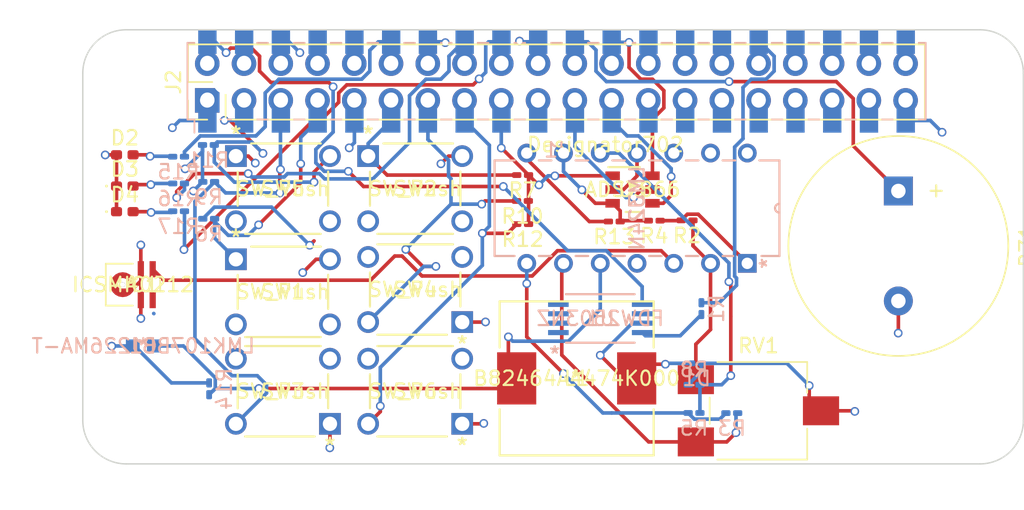
<source format=kicad_pcb>
(kicad_pcb (version 20171130) (host pcbnew "(5.1.10)-1")
  (layers (0 F.Cu signal) (1 GND.Cu signal hide) (2 3V3.Cu signal hide) (31 B.Cu signal) (34 B.Paste user) (35 F.Paste user) (36 B.SilkS user) (37 F.SilkS user hide) (38 B.Mask user) (39 F.Mask user) (44 Edge.Cuts user))
  (net 0 "")
  (net 1 "Net-(J1-Pad18)")
  (net 2 "Net-(J1-Pad24)")
  (net 3 "Net-(J1-Pad12)")
  (net 4 "Net-(J1-Pad16)")
  (net 5 "Net-(J1-Pad23)")
  (net 6 "Net-(J1-Pad21)")
  (net 7 "Net-(J1-Pad17)")
  (net 8 "Net-(J1-Pad3)")
  (net 9 "Net-(J1-Pad5)")
  (net 10 "Net-(J1-Pad7)")
  (net 11 "Net-(J1-Pad15)")
  (net 12 "Net-(J1-Pad13)")
  (net 13 "Net-(J1-Pad11)")
  (net 14 "Net-(J2-Pad1)")
  (net 15 "Net-(J2-Pad2)")
  (net 16 "Net-(J2-Pad3)")
  (net 17 "Net-(J2-Pad4)")
  (net 18 "Net-(J2-Pad5)")
  (net 19 "Net-(J2-Pad6)")
  (net 20 "Net-(J2-Pad7)")
  (net 21 "Net-(J2-Pad8)")
  (net 22 "Net-(J2-Pad9)")
  (net 23 "Net-(J2-Pad10)")
  (net 24 "Net-(J2-Pad11)")
  (net 25 "Net-(J2-Pad12)")
  (net 26 "Net-(J2-Pad13)")
  (net 27 "Net-(J2-Pad14)")
  (net 28 "Net-(J2-Pad15)")
  (net 29 "Net-(J2-Pad16)")
  (net 30 "Net-(J2-Pad17)")
  (net 31 "Net-(J2-Pad18)")
  (net 32 "Net-(J2-Pad19)")
  (net 33 "Net-(J2-Pad20)")
  (net 34 "Net-(J2-Pad21)")
  (net 35 "Net-(J2-Pad22)")
  (net 36 "Net-(J2-Pad23)")
  (net 37 "Net-(J2-Pad24)")
  (net 38 "Net-(J2-Pad25)")
  (net 39 "Net-(J2-Pad26)")
  (net 40 "Net-(J2-Pad27)")
  (net 41 "Net-(J2-Pad28)")
  (net 42 "Net-(J2-Pad29)")
  (net 43 "Net-(J2-Pad30)")
  (net 44 "Net-(J2-Pad31)")
  (net 45 "Net-(J2-Pad32)")
  (net 46 "Net-(J2-Pad33)")
  (net 47 "Net-(J2-Pad34)")
  (net 48 "Net-(J2-Pad35)")
  (net 49 "Net-(J2-Pad36)")
  (net 50 "Net-(J2-Pad37)")
  (net 51 "Net-(J2-Pad38)")
  (net 52 "Net-(J2-Pad39)")
  (net 53 "Net-(J2-Pad40)")
  (net 54 "Net-(BZ1-Pad1)")
  (net 55 GND)
  (net 56 2V)
  (net 57 "Net-(D2-Pad2)")
  (net 58 "Net-(D3-Pad2)")
  (net 59 3V3)
  (net 60 5V)
  (net 61 PWM)
  (net 62 "Net-(R1-Pad1)")
  (net 63 "Net-(R2-Pad1)")
  (net 64 "Net-(R2-Pad2)")
  (net 65 ACin)
  (net 66 Vmic)
  (net 67 "Net-(D1-Pad1)")
  (net 68 "Net-(D4-Pad2)")
  (net 69 "Net-(J1-Pad19)")
  (net 70 "Net-(J1-Pad25)")
  (net 71 "Net-(J1-Pad27)")
  (net 72 "Net-(J1-Pad29)")
  (net 73 "Net-(J1-Pad31)")
  (net 74 "Net-(J1-Pad33)")
  (net 75 "Net-(J1-Pad35)")
  (net 76 "Net-(J1-Pad37)")
  (net 77 "Net-(J1-Pad4)")
  (net 78 "Net-(J1-Pad8)")
  (net 79 "Net-(J1-Pad10)")
  (net 80 "Net-(J1-Pad26)")
  (net 81 "Net-(J1-Pad28)")
  (net 82 "Net-(J1-Pad30)")
  (net 83 "Net-(J1-Pad34)")
  (net 84 "Net-(J1-Pad36)")
  (net 85 "Net-(J1-Pad38)")
  (net 86 "Net-(J1-Pad40)")
  (net 87 "Net-(R3-Pad1)")
  (net 88 "Net-(R3-Pad2)")
  (net 89 "Net-(R5-Pad2)")
  (net 90 "Net-(R13-Pad2)")
  (net 91 "Net-(U1-Pad6)")
  (net 92 "Net-(U1-Pad4)")
  (net 93 "Net-(U1-Pad3)")
  (net 94 "Net-(U1-Pad2)")
  (net 95 "Net-(U1-Pad1)")
  (net 96 "Net-(U2-Pad12)")
  (net 97 "Net-(U2-Pad13)")
  (net 98 "Net-(U2-Pad14)")
  (module Connector_PinHeader_2.54mm:PinHeader_2x20_P2.54mm_Vertical (layer F.Cu) (at 21.1 29.38 90)
    (fp_text reference J2 (at 1.27 -2.33 90) (layer F.SilkS))
    (fp_text value RPi_GPIO)
    (pad 40 thru_hole oval (at 2.54 48.26 90) (size 1.7 1.7) (drill 1) (layers *.Cu *.Mask) (net 53 "Net-(J2-Pad40)"))
    (pad 39 thru_hole oval (at 0 48.26 90) (size 1.7 1.7) (drill 1) (layers *.Cu *.Mask) (net 52 "Net-(J2-Pad39)"))
    (pad 38 thru_hole oval (at 2.54 45.72 90) (size 1.7 1.7) (drill 1) (layers *.Cu *.Mask) (net 51 "Net-(J2-Pad38)"))
    (pad 37 thru_hole oval (at 0 45.72 90) (size 1.7 1.7) (drill 1) (layers *.Cu *.Mask) (net 50 "Net-(J2-Pad37)"))
    (pad 36 thru_hole oval (at 2.54 43.18 90) (size 1.7 1.7) (drill 1) (layers *.Cu *.Mask) (net 49 "Net-(J2-Pad36)"))
    (pad 35 thru_hole oval (at 0 43.18 90) (size 1.7 1.7) (drill 1) (layers *.Cu *.Mask) (net 48 "Net-(J2-Pad35)"))
    (pad 34 thru_hole oval (at 2.54 40.64 90) (size 1.7 1.7) (drill 1) (layers *.Cu *.Mask) (net 47 "Net-(J2-Pad34)"))
    (pad 33 thru_hole oval (at 0 40.64 90) (size 1.7 1.7) (drill 1) (layers *.Cu *.Mask) (net 46 "Net-(J2-Pad33)"))
    (pad 32 thru_hole oval (at 2.54 38.1 90) (size 1.7 1.7) (drill 1) (layers *.Cu *.Mask) (net 45 "Net-(J2-Pad32)"))
    (pad 31 thru_hole oval (at 0 38.1 90) (size 1.7 1.7) (drill 1) (layers *.Cu *.Mask) (net 44 "Net-(J2-Pad31)"))
    (pad 30 thru_hole oval (at 2.54 35.56 90) (size 1.7 1.7) (drill 1) (layers *.Cu *.Mask) (net 43 "Net-(J2-Pad30)"))
    (pad 29 thru_hole oval (at 0 35.56 90) (size 1.7 1.7) (drill 1) (layers *.Cu *.Mask) (net 42 "Net-(J2-Pad29)"))
    (pad 28 thru_hole oval (at 2.54 33.02 90) (size 1.7 1.7) (drill 1) (layers *.Cu *.Mask) (net 41 "Net-(J2-Pad28)"))
    (pad 27 thru_hole oval (at 0 33.02 90) (size 1.7 1.7) (drill 1) (layers *.Cu *.Mask) (net 40 "Net-(J2-Pad27)"))
    (pad 26 thru_hole oval (at 2.54 30.48 90) (size 1.7 1.7) (drill 1) (layers *.Cu *.Mask) (net 39 "Net-(J2-Pad26)"))
    (pad 25 thru_hole oval (at 0 30.48 90) (size 1.7 1.7) (drill 1) (layers *.Cu *.Mask) (net 38 "Net-(J2-Pad25)"))
    (pad 24 thru_hole oval (at 2.54 27.94 90) (size 1.7 1.7) (drill 1) (layers *.Cu *.Mask) (net 37 "Net-(J2-Pad24)"))
    (pad 23 thru_hole oval (at 0 27.94 90) (size 1.7 1.7) (drill 1) (layers *.Cu *.Mask) (net 36 "Net-(J2-Pad23)"))
    (pad 22 thru_hole oval (at 2.54 25.4 90) (size 1.7 1.7) (drill 1) (layers *.Cu *.Mask) (net 35 "Net-(J2-Pad22)"))
    (pad 21 thru_hole oval (at 0 25.4 90) (size 1.7 1.7) (drill 1) (layers *.Cu *.Mask) (net 34 "Net-(J2-Pad21)"))
    (pad 20 thru_hole oval (at 2.54 22.86 90) (size 1.7 1.7) (drill 1) (layers *.Cu *.Mask) (net 33 "Net-(J2-Pad20)"))
    (pad 19 thru_hole oval (at 0 22.86 90) (size 1.7 1.7) (drill 1) (layers *.Cu *.Mask) (net 32 "Net-(J2-Pad19)"))
    (pad 18 thru_hole oval (at 2.54 20.32 90) (size 1.7 1.7) (drill 1) (layers *.Cu *.Mask) (net 31 "Net-(J2-Pad18)"))
    (pad 17 thru_hole oval (at 0 20.32 90) (size 1.7 1.7) (drill 1) (layers *.Cu *.Mask) (net 30 "Net-(J2-Pad17)"))
    (pad 16 thru_hole oval (at 2.54 17.78 90) (size 1.7 1.7) (drill 1) (layers *.Cu *.Mask) (net 29 "Net-(J2-Pad16)"))
    (pad 15 thru_hole oval (at 0 17.78 90) (size 1.7 1.7) (drill 1) (layers *.Cu *.Mask) (net 28 "Net-(J2-Pad15)"))
    (pad 14 thru_hole oval (at 2.54 15.24 90) (size 1.7 1.7) (drill 1) (layers *.Cu *.Mask) (net 27 "Net-(J2-Pad14)"))
    (pad 13 thru_hole oval (at 0 15.24 90) (size 1.7 1.7) (drill 1) (layers *.Cu *.Mask) (net 26 "Net-(J2-Pad13)"))
    (pad 12 thru_hole oval (at 2.54 12.7 90) (size 1.7 1.7) (drill 1) (layers *.Cu *.Mask) (net 25 "Net-(J2-Pad12)"))
    (pad 11 thru_hole oval (at 0 12.7 90) (size 1.7 1.7) (drill 1) (layers *.Cu *.Mask) (net 24 "Net-(J2-Pad11)"))
    (pad 10 thru_hole oval (at 2.54 10.16 90) (size 1.7 1.7) (drill 1) (layers *.Cu *.Mask) (net 23 "Net-(J2-Pad10)"))
    (pad 9 thru_hole oval (at 0 10.16 90) (size 1.7 1.7) (drill 1) (layers *.Cu *.Mask) (net 22 "Net-(J2-Pad9)"))
    (pad 8 thru_hole oval (at 2.54 7.62 90) (size 1.7 1.7) (drill 1) (layers *.Cu *.Mask) (net 21 "Net-(J2-Pad8)"))
    (pad 7 thru_hole oval (at 0 7.62 90) (size 1.7 1.7) (drill 1) (layers *.Cu *.Mask) (net 20 "Net-(J2-Pad7)"))
    (pad 6 thru_hole oval (at 2.54 5.08 90) (size 1.7 1.7) (drill 1) (layers *.Cu *.Mask) (net 19 "Net-(J2-Pad6)"))
    (pad 5 thru_hole oval (at 0 5.08 90) (size 1.7 1.7) (drill 1) (layers *.Cu *.Mask) (net 18 "Net-(J2-Pad5)"))
    (pad 4 thru_hole oval (at 2.54 2.54 90) (size 1.7 1.7) (drill 1) (layers *.Cu *.Mask) (net 17 "Net-(J2-Pad4)"))
    (pad 3 thru_hole oval (at 0 2.54 90) (size 1.7 1.7) (drill 1) (layers *.Cu *.Mask) (net 16 "Net-(J2-Pad3)"))
    (pad 2 thru_hole oval (at 2.54 0 90) (size 1.7 1.7) (drill 1) (layers *.Cu *.Mask) (net 15 "Net-(J2-Pad2)"))
    (pad 1 thru_hole rect (at 0 0 90) (size 1.7 1.7) (drill 1) (layers *.Cu *.Mask) (net 14 "Net-(J2-Pad1)"))
  )
  (module footprints:LM324N (layer B.Cu) (at 43.18 33.02 90)
    (fp_text reference U2 (at -3.81 7.62 -90) (layer B.SilkS) (effects (justify mirror)))
    (fp_text value LM324N (at -3.81 7.62 -90) (layer B.SilkS) (effects (justify mirror)))
    (fp_text user * (at -7.62 16.6497 -90) (layer B.SilkS) (effects (justify mirror)))
    (fp_text user * (at -7.62 16.6497 -90) (layer B.SilkS) (effects (justify mirror)))
    (pad 1 thru_hole rect (at -7.62 15.24 90) (size 1.2954 1.2954) (drill 0.7874) (layers *.Cu *.Mask) (net 64 "Net-(R2-Pad2)"))
    (pad 2 thru_hole circle (at -7.62 12.7 90) (size 1.2954 1.2954) (drill 0.7874) (layers *.Cu *.Mask) (net 63 "Net-(R2-Pad1)"))
    (pad 3 thru_hole circle (at -7.62 10.16 90) (size 1.2954 1.2954) (drill 0.7874) (layers *.Cu *.Mask) (net 66 Vmic))
    (pad 4 thru_hole circle (at -7.62 7.62 90) (size 1.2954 1.2954) (drill 0.7874) (layers *.Cu *.Mask) (net 59 3V3))
    (pad 5 thru_hole circle (at -7.62 5.08 90) (size 1.2954 1.2954) (drill 0.7874) (layers *.Cu *.Mask) (net 56 2V))
    (pad 6 thru_hole circle (at -7.62 2.54 90) (size 1.2954 1.2954) (drill 0.7874) (layers *.Cu *.Mask) (net 88 "Net-(R3-Pad2)"))
    (pad 7 thru_hole circle (at -7.62 0 90) (size 1.2954 1.2954) (drill 0.7874) (layers *.Cu *.Mask) (net 87 "Net-(R3-Pad1)"))
    (pad 8 thru_hole circle (at 0 0 90) (size 1.2954 1.2954) (drill 0.7874) (layers *.Cu *.Mask) (net 90 "Net-(R13-Pad2)"))
    (pad 9 thru_hole circle (at 0 2.54 90) (size 1.2954 1.2954) (drill 0.7874) (layers *.Cu *.Mask) (net 65 ACin))
    (pad 10 thru_hole circle (at 0 5.08 90) (size 1.2954 1.2954) (drill 0.7874) (layers *.Cu *.Mask) (net 89 "Net-(R5-Pad2)"))
    (pad 11 thru_hole circle (at 0 7.62 90) (size 1.2954 1.2954) (drill 0.7874) (layers *.Cu *.Mask) (net 55 GND))
    (pad 12 thru_hole circle (at 0 10.16 90) (size 1.2954 1.2954) (drill 0.7874) (layers *.Cu *.Mask) (net 96 "Net-(U2-Pad12)"))
    (pad 13 thru_hole circle (at 0 12.7 90) (size 1.2954 1.2954) (drill 0.7874) (layers *.Cu *.Mask) (net 97 "Net-(U2-Pad13)"))
    (pad 14 thru_hole circle (at 0 15.24 90) (size 1.2954 1.2954) (drill 0.7874) (layers *.Cu *.Mask) (net 98 "Net-(U2-Pad14)"))
  )
  (module RPi_Hat:RPi_Hat_Mounting_Hole (layer F.Cu) (at 16 51)
    (fp_text reference "" hide)
    (fp_text value "" hide)
    (pad "" np_thru_hole circle (at 0 0) (size 2.75 2.75) (drill 2.75) (layers *.Cu *.Mask) (clearance 1.725))
  )
  (module RPi_Hat:RPi_Hat_Mounting_Hole (layer F.Cu) (at 74 28)
    (fp_text reference "" hide)
    (fp_text value "" hide)
    (pad "" np_thru_hole circle (at 0 0) (size 2.75 2.75) (drill 2.75) (layers *.Cu *.Mask) (clearance 1.725))
  )
  (module RPi_Hat:RPi_Hat_Mounting_Hole (layer F.Cu) (at 16 28)
    (fp_text reference "" hide)
    (fp_text value "" hide)
    (pad "" np_thru_hole circle (at 0 0) (size 2.75 2.75) (drill 2.75) (layers *.Cu *.Mask) (clearance 1.725))
  )
  (module Buzzer_Beeper:Buzzer_15x7.5RM7.6 (layer F.Cu) (at 68.86 35.64 270)
    (fp_text reference BZ1 (at 3.81 -8.89 90) (layer F.SilkS))
    (fp_text value 535-8253)
    (fp_text user + (at -0.01 -2.54 90) (layer F.SilkS))
    (pad 1 thru_hole rect (at 0 0 270) (size 2 2) (drill 1) (layers *.Cu *.Mask) (net 54 "Net-(BZ1-Pad1)"))
    (pad 2 thru_hole circle (at 7.6 0 270) (size 2 2) (drill 1) (layers *.Cu *.Mask) (net 55 GND))
  )
  (module footprintswitch:LMK107BBJ226MA-T (layer B.Cu) (at 16.6822 46.35 180)
    (fp_text reference C1 (at 0 0) (layer B.SilkS) (effects (justify mirror)))
    (fp_text value LMK107BBJ226MA-T (at 0 0) (layer B.SilkS) (effects (justify mirror)))
    (fp_text user * (at 0 0) (layer B.SilkS) (effects (justify mirror)))
    (pad 2 smd rect (at 0.7278 0 180) (size 0.9556 0.9) (layers B.Cu B.Paste B.Mask) (net 55 GND))
    (pad 1 smd rect (at -0.7278 0 180) (size 0.9556 0.9) (layers B.Cu B.Paste B.Mask) (net 56 2V))
  )
  (module LED_SMD:LED_0402_1005Metric_Pad0.77x0.64mm_HandSolder (layer F.Cu) (at 15.4025 33.14)
    (fp_text reference D2 (at 0 -1.17) (layer F.SilkS))
    (fp_text value LED-Y)
    (pad 2 smd roundrect (at 0.5725 0) (size 0.765 0.64) (layers F.Cu F.Paste F.Mask) (net 57 "Net-(D2-Pad2)"))
    (pad 1 smd roundrect (at -0.5725 0) (size 0.765 0.64) (layers F.Cu F.Paste F.Mask) (net 55 GND))
  )
  (module LED_SMD:LED_0402_1005Metric_Pad0.77x0.64mm_HandSolder (layer F.Cu) (at 15.4025 35.3)
    (fp_text reference D3 (at 0 -1.17) (layer F.SilkS))
    (fp_text value LED-G)
    (pad 1 smd roundrect (at -0.5725 0) (size 0.765 0.64) (layers F.Cu F.Paste F.Mask) (net 55 GND))
    (pad 2 smd roundrect (at 0.5725 0) (size 0.765 0.64) (layers F.Cu F.Paste F.Mask) (net 58 "Net-(D3-Pad2)"))
  )
  (module LED_SMD:LED_0402_1005Metric_Pad0.77x0.64mm_HandSolder (layer F.Cu) (at 15.4025 37.07)
    (fp_text reference D4 (at 0 -1.17) (layer F.SilkS))
    (fp_text value LED-R)
    (pad 1 smd roundrect (at -0.5725 0) (size 0.765 0.64) (layers F.Cu F.Paste F.Mask) (net 55 GND))
    (pad 2 smd roundrect (at 0.5725 0) (size 0.765 0.64) (layers F.Cu F.Paste F.Mask) (net 68 "Net-(D4-Pad2)"))
  )
  (module footprintswitch:B82464A4474K000 (layer F.Cu) (at 46.63 48.59)
    (fp_text reference L1 (at 0 0) (layer F.SilkS))
    (fp_text value B82464A4474K000 (at 0 0) (layer F.SilkS))
    (fp_text user * (at 0 0) (layer F.SilkS))
    (pad 2 smd rect (at 4.14655 0) (size 2.7051 3.6068) (layers F.Cu F.Paste F.Mask) (net 67 "Net-(D1-Pad1)"))
    (pad 1 smd rect (at -4.14655 0) (size 2.7051 3.6068) (layers F.Cu F.Paste F.Mask) (net 56 2V))
  )
  (module footprintswitch:1825910-6 (layer F.Cu) (at 29.58 44.86)
    (fp_text reference SW1 (at -3.25 -2.250001) (layer F.SilkS))
    (fp_text value SW_Push (at -3.25 -2.250001) (layer F.SilkS))
    (fp_text user * (at -6.5 -6.011301) (layer F.SilkS))
    (fp_text user * (at -6.5 -6.011301) (layer F.SilkS))
    (pad 2 thru_hole circle (at 0.000001 -4.500001) (size 1.4986 1.4986) (drill 0.9906) (layers *.Cu *.Mask) (net 55 GND))
    (pad 4 thru_hole circle (at 0.000001 0) (size 1.4986 1.4986) (drill 0.9906) (layers *.Cu *.Mask))
    (pad 3 thru_hole circle (at -6.500001 0) (size 1.4986 1.4986) (drill 0.9906) (layers *.Cu *.Mask))
    (pad 1 thru_hole rect (at -6.500001 -4.500001) (size 1.4986 1.4986) (drill 0.9906) (layers *.Cu *.Mask) (net 10 "Net-(J1-Pad7)"))
  )
  (module footprintswitch:1825910-6 (layer F.Cu) (at 38.72 37.73)
    (fp_text reference SW2 (at -3.25 -2.250001) (layer F.SilkS))
    (fp_text value SW_Push (at -3.25 -2.250001) (layer F.SilkS))
    (fp_text user * (at -6.5 -6.011301) (layer F.SilkS))
    (fp_text user * (at -6.5 -6.011301) (layer F.SilkS))
    (pad 1 thru_hole rect (at -6.500001 -4.500001) (size 1.4986 1.4986) (drill 0.9906) (layers *.Cu *.Mask) (net 13 "Net-(J1-Pad11)"))
    (pad 3 thru_hole circle (at -6.500001 0) (size 1.4986 1.4986) (drill 0.9906) (layers *.Cu *.Mask))
    (pad 4 thru_hole circle (at 0.000001 0) (size 1.4986 1.4986) (drill 0.9906) (layers *.Cu *.Mask))
    (pad 2 thru_hole circle (at 0.000001 -4.500001) (size 1.4986 1.4986) (drill 0.9906) (layers *.Cu *.Mask) (net 55 GND))
  )
  (module footprintswitch:1825910-6 (layer F.Cu) (at 23.08 47.23 180)
    (fp_text reference SW3 (at -3.25 -2.250001) (layer F.SilkS))
    (fp_text value SW_Push (at -3.25 -2.250001) (layer F.SilkS))
    (fp_text user * (at -6.5 -6.011301) (layer F.SilkS))
    (fp_text user * (at -6.5 -6.011301) (layer F.SilkS))
    (pad 1 thru_hole rect (at -6.500001 -4.500001 180) (size 1.4986 1.4986) (drill 0.9906) (layers *.Cu *.Mask) (net 55 GND))
    (pad 3 thru_hole circle (at -6.500001 0 180) (size 1.4986 1.4986) (drill 0.9906) (layers *.Cu *.Mask))
    (pad 4 thru_hole circle (at 0.000001 0 180) (size 1.4986 1.4986) (drill 0.9906) (layers *.Cu *.Mask))
    (pad 2 thru_hole circle (at 0.000001 -4.500001 180) (size 1.4986 1.4986) (drill 0.9906) (layers *.Cu *.Mask) (net 9 "Net-(J1-Pad5)"))
  )
  (module footprintswitch:1825910-6 (layer F.Cu) (at 32.22 40.2 180)
    (fp_text reference SW4 (at -3.25 -2.250001) (layer F.SilkS))
    (fp_text value SW_Push (at -3.25 -2.250001) (layer F.SilkS))
    (fp_text user * (at -6.5 -6.011301) (layer F.SilkS))
    (fp_text user * (at -6.5 -6.011301) (layer F.SilkS))
    (pad 2 thru_hole circle (at 0.000001 -4.500001 180) (size 1.4986 1.4986) (drill 0.9906) (layers *.Cu *.Mask) (net 12 "Net-(J1-Pad13)"))
    (pad 4 thru_hole circle (at 0.000001 0 180) (size 1.4986 1.4986) (drill 0.9906) (layers *.Cu *.Mask))
    (pad 3 thru_hole circle (at -6.500001 0 180) (size 1.4986 1.4986) (drill 0.9906) (layers *.Cu *.Mask))
    (pad 1 thru_hole rect (at -6.500001 -4.500001 180) (size 1.4986 1.4986) (drill 0.9906) (layers *.Cu *.Mask) (net 55 GND))
  )
  (module footprintswitch:1825910-6 (layer F.Cu) (at 29.58 37.73)
    (fp_text reference SW5 (at -3.25 -2.250001) (layer F.SilkS))
    (fp_text value SW_Push (at -3.25 -2.250001) (layer F.SilkS))
    (fp_text user * (at -6.5 -6.011301) (layer F.SilkS))
    (fp_text user * (at -6.5 -6.011301) (layer F.SilkS))
    (pad 2 thru_hole circle (at 0.000001 -4.500001) (size 1.4986 1.4986) (drill 0.9906) (layers *.Cu *.Mask) (net 8 "Net-(J1-Pad3)"))
    (pad 4 thru_hole circle (at 0.000001 0) (size 1.4986 1.4986) (drill 0.9906) (layers *.Cu *.Mask))
    (pad 3 thru_hole circle (at -6.500001 0) (size 1.4986 1.4986) (drill 0.9906) (layers *.Cu *.Mask))
    (pad 1 thru_hole rect (at -6.500001 -4.500001) (size 1.4986 1.4986) (drill 0.9906) (layers *.Cu *.Mask) (net 55 GND))
  )
  (module footprintswitch:1825910-6 (layer F.Cu) (at 32.22 47.23 180)
    (fp_text reference SW6 (at -3.25 -2.250001) (layer F.SilkS))
    (fp_text value SW_Push (at -3.25 -2.250001) (layer F.SilkS))
    (fp_text user * (at -6.5 -6.011301) (layer F.SilkS))
    (fp_text user * (at -6.5 -6.011301) (layer F.SilkS))
    (pad 1 thru_hole rect (at -6.500001 -4.500001 180) (size 1.4986 1.4986) (drill 0.9906) (layers *.Cu *.Mask) (net 55 GND))
    (pad 3 thru_hole circle (at -6.500001 0 180) (size 1.4986 1.4986) (drill 0.9906) (layers *.Cu *.Mask))
    (pad 4 thru_hole circle (at 0.000001 0 180) (size 1.4986 1.4986) (drill 0.9906) (layers *.Cu *.Mask))
    (pad 2 thru_hole circle (at 0.000001 -4.500001 180) (size 1.4986 1.4986) (drill 0.9906) (layers *.Cu *.Mask) (net 11 "Net-(J1-Pad15)"))
  )
  (module footprintswitch:ADS7866IDBVT (layer F.Cu) (at 50.49 35.54)
    (fp_text reference U3 (at 0 0) (layer F.SilkS))
    (fp_text value ADS7866 (at 0 0) (layer F.SilkS))
    (fp_text user * (at 0 0) (layer F.SilkS))
    (fp_text user Designator702 (at -1.8796 -3.0988) (layer F.SilkS))
    (pad 1 smd rect (at -1.375001 -0.950001 90) (size 0.599999 1.000001) (layers F.Cu F.Paste F.Mask) (net 7 "Net-(J1-Pad17)"))
    (pad 2 smd rect (at -1.375001 0 90) (size 0.599999 1.000001) (layers F.Cu F.Paste F.Mask) (net 55 GND))
    (pad 3 smd rect (at -1.375001 0.949998 90) (size 0.599999 1.000001) (layers F.Cu F.Paste F.Mask) (net 65 ACin))
    (pad 4 smd rect (at 1.374999 0.949998 90) (size 0.599999 1.000001) (layers F.Cu F.Paste F.Mask) (net 5 "Net-(J1-Pad23)"))
    (pad 5 smd rect (at 1.374999 0 90) (size 0.599999 1.000001) (layers F.Cu F.Paste F.Mask) (net 6 "Net-(J1-Pad21)"))
    (pad 6 smd rect (at 1.374999 -0.950001 90) (size 0.599999 1.000001) (layers F.Cu F.Paste F.Mask) (net 2 "Net-(J1-Pad24)"))
  )
  (module footprintswitch:FDW2503NZ (layer B.Cu) (at 48.26 44.45)
    (fp_text reference U1 (at 0 0 180) (layer B.SilkS) (effects (justify mirror)))
    (fp_text value FDW2503NZ (at 0 0 180) (layer B.SilkS) (effects (justify mirror)))
    (fp_text user * (at -3.1496 2.4736 180) (layer B.SilkS) (effects (justify mirror)))
    (fp_text user * (at -3.1496 2.4736 180) (layer B.SilkS) (effects (justify mirror)))
    (pad 8 smd rect (at 2.8956 0.974999) (size 1.4224 0.3556) (layers B.Cu B.Paste B.Mask) (net 62 "Net-(R1-Pad1)"))
    (pad 7 smd rect (at 2.8956 0.325001) (size 1.4224 0.3556) (layers B.Cu B.Paste B.Mask) (net 67 "Net-(D1-Pad1)"))
    (pad 6 smd rect (at 2.8956 -0.325001) (size 1.4224 0.3556) (layers B.Cu B.Paste B.Mask) (net 91 "Net-(U1-Pad6)"))
    (pad 5 smd rect (at 2.8956 -0.974999) (size 1.4224 0.3556) (layers B.Cu B.Paste B.Mask) (net 60 5V))
    (pad 4 smd rect (at -2.8956 -0.974999) (size 1.4224 0.3556) (layers B.Cu B.Paste B.Mask) (net 92 "Net-(U1-Pad4)"))
    (pad 3 smd rect (at -2.8956 -0.325001) (size 1.4224 0.3556) (layers B.Cu B.Paste B.Mask) (net 93 "Net-(U1-Pad3)"))
    (pad 2 smd rect (at -2.8956 0.325001) (size 1.4224 0.3556) (layers B.Cu B.Paste B.Mask) (net 94 "Net-(U1-Pad2)"))
    (pad 1 smd rect (at -2.8956 0.974999) (size 1.4224 0.3556) (layers B.Cu B.Paste B.Mask) (net 95 "Net-(U1-Pad1)"))
  )
  (module Diode_SMD:D_0201_0603Metric (layer B.Cu) (at 54.92 47.55)
    (fp_text reference D1 (at 0 1.05) (layer B.SilkS) (effects (justify mirror)))
    (fp_text value 1N914)
    (pad 1 smd roundrect (at -0.32 0) (size 0.46 0.4) (layers B.Cu B.Mask) (net 67 "Net-(D1-Pad1)"))
    (pad 2 smd roundrect (at 0.32 0) (size 0.46 0.4) (layers B.Cu B.Mask) (net 55 GND))
  )
  (module Resistor_SMD:R_0201_0603Metric_Pad0.64x0.40mm_HandSolder (layer F.Cu) (at 54.26 37.67 180)
    (fp_text reference R2 (at 0 -1.05) (layer F.SilkS))
    (fp_text value 1k)
    (pad 1 smd roundrect (at -0.4075 0 180) (size 0.635 0.4) (layers F.Cu F.Mask) (net 63 "Net-(R2-Pad1)"))
    (pad 2 smd roundrect (at 0.4075 0 180) (size 0.635 0.4) (layers F.Cu F.Mask) (net 64 "Net-(R2-Pad2)"))
  )
  (module Resistor_SMD:R_0201_0603Metric_Pad0.64x0.40mm_HandSolder (layer B.Cu) (at 57.35 50.99)
    (fp_text reference R3 (at 0 1.05) (layer B.SilkS) (effects (justify mirror)))
    (fp_text value 1k)
    (pad 1 smd roundrect (at -0.4075 0) (size 0.635 0.4) (layers B.Cu B.Mask) (net 87 "Net-(R3-Pad1)"))
    (pad 2 smd roundrect (at 0.4075 0) (size 0.635 0.4) (layers B.Cu B.Mask) (net 88 "Net-(R3-Pad2)"))
  )
  (module Resistor_SMD:R_0201_0603Metric_Pad0.64x0.40mm_HandSolder (layer B.Cu) (at 21.2 37.56)
    (fp_text reference R6 (at 0 1.05) (layer B.SilkS) (effects (justify mirror)))
    (fp_text value 10k)
    (pad 1 smd roundrect (at -0.4075 0) (size 0.635 0.4) (layers B.Cu B.Mask) (net 59 3V3))
    (pad 2 smd roundrect (at 0.4075 0) (size 0.635 0.4) (layers B.Cu B.Mask) (net 10 "Net-(J1-Pad7)"))
  )
  (module Resistor_SMD:R_0201_0603Metric_Pad0.64x0.40mm_HandSolder (layer F.Cu) (at 42.8975 34.54 180)
    (fp_text reference R7 (at 0 -1.05) (layer F.SilkS))
    (fp_text value 10k)
    (pad 2 smd roundrect (at 0.4075 0 180) (size 0.635 0.4) (layers F.Cu F.Mask) (net 13 "Net-(J1-Pad11)"))
    (pad 1 smd roundrect (at -0.4075 0 180) (size 0.635 0.4) (layers F.Cu F.Mask) (net 7 "Net-(J1-Pad17)"))
  )
  (module Resistor_SMD:R_0201_0603Metric_Pad0.64x0.40mm_HandSolder (layer F.Cu) (at 51.99 37.69 180)
    (fp_text reference R4 (at 0 -1.05) (layer F.SilkS))
    (fp_text value 2.2k)
    (pad 2 smd roundrect (at 0.4075 0 180) (size 0.635 0.4) (layers F.Cu F.Mask) (net 65 ACin))
    (pad 1 smd roundrect (at -0.4075 0 180) (size 0.635 0.4) (layers F.Cu F.Mask) (net 64 "Net-(R2-Pad2)"))
  )
  (module Resistor_SMD:R_0201_0603Metric_Pad0.64x0.40mm_HandSolder (layer B.Cu) (at 54.74 50.98)
    (fp_text reference R5 (at 0 1.05) (layer B.SilkS) (effects (justify mirror)))
    (fp_text value 2.2k)
    (pad 1 smd roundrect (at -0.4075 0) (size 0.635 0.4) (layers B.Cu B.Mask) (net 87 "Net-(R3-Pad1)"))
    (pad 2 smd roundrect (at 0.4075 0) (size 0.635 0.4) (layers B.Cu B.Mask) (net 89 "Net-(R5-Pad2)"))
  )
  (module Resistor_SMD:R_0201_0603Metric_Pad0.64x0.40mm_HandSolder (layer B.Cu) (at 21.2 35.01)
    (fp_text reference R9 (at 0 1.05) (layer B.SilkS) (effects (justify mirror)))
    (fp_text value 10k)
    (pad 2 smd roundrect (at 0.4075 0) (size 0.635 0.4) (layers B.Cu B.Mask) (net 9 "Net-(J1-Pad5)"))
    (pad 1 smd roundrect (at -0.4075 0) (size 0.635 0.4) (layers B.Cu B.Mask) (net 59 3V3))
  )
  (module Resistor_SMD:R_0201_0603Metric_Pad0.64x0.40mm_HandSolder (layer F.Cu) (at 42.8825 36.33 180)
    (fp_text reference R10 (at 0 -1.05) (layer F.SilkS))
    (fp_text value 10k)
    (pad 2 smd roundrect (at 0.4075 0 180) (size 0.635 0.4) (layers F.Cu F.Mask) (net 12 "Net-(J1-Pad13)"))
    (pad 1 smd roundrect (at -0.4075 0 180) (size 0.635 0.4) (layers F.Cu F.Mask) (net 7 "Net-(J1-Pad17)"))
  )
  (module Resistor_SMD:R_0201_0603Metric_Pad0.64x0.40mm_HandSolder (layer B.Cu) (at 54.74 49.03 180)
    (fp_text reference R8 (at 0 1.05) (layer B.SilkS) (effects (justify mirror)))
    (fp_text value 2.2k)
    (pad 2 smd roundrect (at 0.4075 0 180) (size 0.635 0.4) (layers B.Cu B.Mask) (net 55 GND))
    (pad 1 smd roundrect (at -0.4075 0 180) (size 0.635 0.4) (layers B.Cu B.Mask) (net 89 "Net-(R5-Pad2)"))
  )
  (module Resistor_SMD:R_0201_0603Metric_Pad0.64x0.40mm_HandSolder (layer B.Cu) (at 21.18 32.46)
    (fp_text reference R11 (at 0 1.05) (layer B.SilkS) (effects (justify mirror)))
    (fp_text value 10k)
    (pad 1 smd roundrect (at -0.4075 0) (size 0.635 0.4) (layers B.Cu B.Mask) (net 59 3V3))
    (pad 2 smd roundrect (at 0.4075 0) (size 0.635 0.4) (layers B.Cu B.Mask) (net 8 "Net-(J1-Pad3)"))
  )
  (module Resistor_SMD:R_0201_0603Metric_Pad0.64x0.40mm_HandSolder (layer F.Cu) (at 42.8975 37.93 180)
    (fp_text reference R12 (at 0 -1.05) (layer F.SilkS))
    (fp_text value 10k)
    (pad 1 smd roundrect (at -0.4075 0 180) (size 0.635 0.4) (layers F.Cu F.Mask) (net 7 "Net-(J1-Pad17)"))
    (pad 2 smd roundrect (at 0.4075 0 180) (size 0.635 0.4) (layers F.Cu F.Mask) (net 11 "Net-(J1-Pad15)"))
  )
  (module Resistor_SMD:R_0201_0603Metric_Pad0.64x0.40mm_HandSolder (layer F.Cu) (at 49.23 37.75 180)
    (fp_text reference R13 (at 0 -1.05) (layer F.SilkS))
    (fp_text value 2.2k)
    (pad 1 smd roundrect (at -0.4075 0 180) (size 0.635 0.4) (layers F.Cu F.Mask) (net 65 ACin))
    (pad 2 smd roundrect (at 0.4075 0 180) (size 0.635 0.4) (layers F.Cu F.Mask) (net 90 "Net-(R13-Pad2)"))
  )
  (module Resistor_SMD:R_0201_0603Metric_Pad0.64x0.40mm_HandSolder (layer B.Cu) (at 19.12 33.27)
    (fp_text reference R15 (at 0 1.05 180) (layer B.SilkS) (effects (justify mirror)))
    (fp_text value 100)
    (pad 2 smd roundrect (at 0.4075 0) (size 0.635 0.4) (layers B.Cu B.Mask) (net 3 "Net-(J1-Pad12)"))
    (pad 1 smd roundrect (at -0.4075 0) (size 0.635 0.4) (layers B.Cu B.Mask) (net 57 "Net-(D2-Pad2)"))
  )
  (module Resistor_SMD:R_0201_0603Metric_Pad0.64x0.40mm_HandSolder (layer B.Cu) (at 19.12 35.12)
    (fp_text reference R16 (at 0 1.05 180) (layer B.SilkS) (effects (justify mirror)))
    (fp_text value 100)
    (pad 1 smd roundrect (at -0.4075 0) (size 0.635 0.4) (layers B.Cu B.Mask) (net 58 "Net-(D3-Pad2)"))
    (pad 2 smd roundrect (at 0.4075 0) (size 0.635 0.4) (layers B.Cu B.Mask) (net 4 "Net-(J1-Pad16)"))
  )
  (module Resistor_SMD:R_0201_0603Metric_Pad0.64x0.40mm_HandSolder (layer B.Cu) (at 19.12 37.04)
    (fp_text reference R17 (at 0 1.05 180) (layer B.SilkS) (effects (justify mirror)))
    (fp_text value 100)
    (pad 2 smd roundrect (at 0.4075 0) (size 0.635 0.4) (layers B.Cu B.Mask) (net 1 "Net-(J1-Pad18)"))
    (pad 1 smd roundrect (at -0.4075 0) (size 0.635 0.4) (layers B.Cu B.Mask) (net 68 "Net-(D4-Pad2)"))
  )
  (module Resistor_SMD:R_0201_0603Metric_Pad0.64x0.40mm_HandSolder (layer B.Cu) (at 55.25 43.77 90)
    (fp_text reference R1 (at 0 1.05 90) (layer B.SilkS) (effects (justify mirror)))
    (fp_text value 100)
    (pad 1 smd roundrect (at -0.4075 0 90) (size 0.635 0.4) (layers B.Cu B.Mask) (net 62 "Net-(R1-Pad1)"))
    (pad 2 smd roundrect (at 0.4075 0 90) (size 0.635 0.4) (layers B.Cu B.Mask) (net 61 PWM))
  )
  (module Resistor_SMD:R_0201_0603Metric_Pad0.64x0.40mm_HandSolder (layer B.Cu) (at 21.23 49.31 90)
    (fp_text reference R14 (at 0 1.05 90) (layer B.SilkS) (effects (justify mirror)))
    (fp_text value 200)
    (pad 2 smd roundrect (at 0.4075 0 90) (size 0.635 0.4) (layers B.Cu B.Mask) (net 55 GND))
    (pad 1 smd roundrect (at -0.4075 0 90) (size 0.635 0.4) (layers B.Cu B.Mask) (net 56 2V))
  )
  (module Potentiometer_SMD:Potentiometer_ACP_CA6-VSMD_Vertical (layer F.Cu) (at 59.19 50.83)
    (fp_text reference RV1 (at 0 -4.5) (layer F.SilkS))
    (fp_text value R_POT)
    (pad 3 smd rect (at -4.325 -2.15) (size 2.5 2) (layers F.Cu F.Paste F.Mask) (net 63 "Net-(R2-Pad1)"))
    (pad 2 smd rect (at 4.325 0) (size 2.5 2) (layers F.Cu F.Paste F.Mask) (net 55 GND))
    (pad 1 smd rect (at -4.325 2.15) (size 2.5 2) (layers F.Cu F.Paste F.Mask) (net 88 "Net-(R3-Pad2)"))
  )
  (module footprints1:ICS-40212 (layer F.Cu) (at 15.9686 42.1139)
    (fp_text reference MIC1 (at 0 0) (layer F.SilkS))
    (fp_text value ICS-40212 (at 0 0) (layer F.SilkS))
    (fp_poly (pts (xy -0.206533 -0.044275) (xy -0.2046 0) (xy -0.229463 0.156981) (xy -0.301619 0.298595) (xy -0.414005 0.410981) (xy -0.555619 0.483137) (xy -0.7126 0.508) (xy -0.869581 0.483137) (xy -1.011195 0.410981) (xy -1.123581 0.298595) (xy -1.195737 0.156981) (xy -1.2206 0) (xy -1.218667 -0.044275) (xy -1.522307 -0.07084) (xy -1.5254 0) (xy -1.485619 0.251169) (xy -1.370169 0.477752) (xy -1.190352 0.657569) (xy -0.963769 0.773019) (xy -0.7126 0.8128) (xy -0.461431 0.773019) (xy -0.234848 0.657569) (xy -0.055031 0.477752) (xy 0.060419 0.251169) (xy 0.1002 0) (xy 0.097107 -0.07084)) (layer F.Cu) (width 0.1))
    (fp_poly (pts (xy -0.206533 0.044275) (xy -0.2046 0) (xy -0.229463 -0.156981) (xy -0.301619 -0.298595) (xy -0.414005 -0.410981) (xy -0.555619 -0.483137) (xy -0.7126 -0.508) (xy -0.869581 -0.483137) (xy -1.011195 -0.410981) (xy -1.123581 -0.298595) (xy -1.195737 -0.156981) (xy -1.2206 0) (xy -1.218667 0.044275) (xy -1.522307 0.07084) (xy -1.5254 0) (xy -1.485619 -0.251169) (xy -1.370169 -0.477752) (xy -1.190352 -0.657569) (xy -0.963769 -0.773019) (xy -0.7126 -0.8128) (xy -0.461431 -0.773019) (xy -0.234848 -0.657569) (xy -0.055031 -0.477752) (xy 0.060419 -0.251169) (xy 0.1002 0) (xy 0.097107 0.07084)) (layer F.Cu) (width 0.1))
    (fp_text user * (at 0 0) (layer F.SilkS))
    (pad 1 smd rect (at 1.3614 -1.0661 90) (size 1.1176 0.4318) (layers F.Cu F.Paste F.Mask) (net 66 Vmic))
    (pad 2 smd rect (at 0.5414 -1.0661 90) (size 1.1176 0.4318) (layers F.Cu F.Paste F.Mask) (net 55 GND))
    (pad 3 smd rect (at -1.373 0) (size 0.0508 0.0508) (layers F.Cu F.Paste F.Mask) (net 55 GND))
    (pad 4 smd rect (at 0.5414 1.0661 90) (size 1.1176 0.4318) (layers F.Cu F.Paste F.Mask) (net 55 GND))
    (pad 5 smd rect (at 1.3614 1.0661 90) (size 1.1176 0.4318) (layers F.Cu F.Paste F.Mask) (net 56 2V))
    (pad 6 thru_hole circle (at -0.7126 0) (size 0.3302 0.3302) (drill 0.3302) (layers *.Cu *.Mask))
  )
  (module Connector_Samtec_HLE_SMD:Samtec_HLE-120-02-xxx-DV-BE-A_2x20_P2.54mm_Horizontal (layer B.Cu) (at 45.24 28.05)
    (fp_text reference J1 (at 0 4.76) (layer B.SilkS) (effects (justify mirror)))
    (fp_text value Connector-ML_RPi_GPIO)
    (pad "" np_thru_hole circle (at -22.86 0) (size 1.78 1.78) (drill 1.78) (layers *.Cu *.Mask))
    (pad "" np_thru_hole circle (at 22.86 0) (size 1.78 1.78) (drill 1.78) (layers *.Cu *.Mask))
    (pad "" np_thru_hole circle (at -24.13 1.27) (size 0.97 0.97) (drill 0.97) (layers *.Cu *.Mask))
    (pad "" np_thru_hole circle (at -24.13 -1.27) (size 0.97 0.97) (drill 0.97) (layers *.Cu *.Mask))
    (pad "" np_thru_hole circle (at -21.59 1.27) (size 0.97 0.97) (drill 0.97) (layers *.Cu *.Mask))
    (pad "" np_thru_hole circle (at -21.59 -1.27) (size 0.97 0.97) (drill 0.97) (layers *.Cu *.Mask))
    (pad "" np_thru_hole circle (at -19.05 1.27) (size 0.97 0.97) (drill 0.97) (layers *.Cu *.Mask))
    (pad "" np_thru_hole circle (at -19.05 -1.27) (size 0.97 0.97) (drill 0.97) (layers *.Cu *.Mask))
    (pad "" np_thru_hole circle (at -16.51 1.27) (size 0.97 0.97) (drill 0.97) (layers *.Cu *.Mask))
    (pad "" np_thru_hole circle (at -16.51 -1.27) (size 0.97 0.97) (drill 0.97) (layers *.Cu *.Mask))
    (pad "" np_thru_hole circle (at -13.97 1.27) (size 0.97 0.97) (drill 0.97) (layers *.Cu *.Mask))
    (pad "" np_thru_hole circle (at -13.97 -1.27) (size 0.97 0.97) (drill 0.97) (layers *.Cu *.Mask))
    (pad "" np_thru_hole circle (at -11.43 1.27) (size 0.97 0.97) (drill 0.97) (layers *.Cu *.Mask))
    (pad "" np_thru_hole circle (at -11.43 -1.27) (size 0.97 0.97) (drill 0.97) (layers *.Cu *.Mask))
    (pad "" np_thru_hole circle (at -8.89 1.27) (size 0.97 0.97) (drill 0.97) (layers *.Cu *.Mask))
    (pad "" np_thru_hole circle (at -8.89 -1.27) (size 0.97 0.97) (drill 0.97) (layers *.Cu *.Mask))
    (pad "" np_thru_hole circle (at -6.35 1.27) (size 0.97 0.97) (drill 0.97) (layers *.Cu *.Mask))
    (pad "" np_thru_hole circle (at -6.35 -1.27) (size 0.97 0.97) (drill 0.97) (layers *.Cu *.Mask))
    (pad "" np_thru_hole circle (at -3.81 1.27) (size 0.97 0.97) (drill 0.97) (layers *.Cu *.Mask))
    (pad "" np_thru_hole circle (at -3.81 -1.27) (size 0.97 0.97) (drill 0.97) (layers *.Cu *.Mask))
    (pad "" np_thru_hole circle (at -1.27 1.27) (size 0.97 0.97) (drill 0.97) (layers *.Cu *.Mask))
    (pad "" np_thru_hole circle (at -1.27 -1.27) (size 0.97 0.97) (drill 0.97) (layers *.Cu *.Mask))
    (pad "" np_thru_hole circle (at 1.27 1.27) (size 0.97 0.97) (drill 0.97) (layers *.Cu *.Mask))
    (pad "" np_thru_hole circle (at 1.27 -1.27) (size 0.97 0.97) (drill 0.97) (layers *.Cu *.Mask))
    (pad "" np_thru_hole circle (at 3.81 1.27) (size 0.97 0.97) (drill 0.97) (layers *.Cu *.Mask))
    (pad "" np_thru_hole circle (at 3.81 -1.27) (size 0.97 0.97) (drill 0.97) (layers *.Cu *.Mask))
    (pad "" np_thru_hole circle (at 6.35 1.27) (size 0.97 0.97) (drill 0.97) (layers *.Cu *.Mask))
    (pad "" np_thru_hole circle (at 6.35 -1.27) (size 0.97 0.97) (drill 0.97) (layers *.Cu *.Mask))
    (pad "" np_thru_hole circle (at 8.89 1.27) (size 0.97 0.97) (drill 0.97) (layers *.Cu *.Mask))
    (pad "" np_thru_hole circle (at 8.89 -1.27) (size 0.97 0.97) (drill 0.97) (layers *.Cu *.Mask))
    (pad "" np_thru_hole circle (at 11.43 1.27) (size 0.97 0.97) (drill 0.97) (layers *.Cu *.Mask))
    (pad "" np_thru_hole circle (at 11.43 -1.27) (size 0.97 0.97) (drill 0.97) (layers *.Cu *.Mask))
    (pad "" np_thru_hole circle (at 13.97 1.27) (size 0.97 0.97) (drill 0.97) (layers *.Cu *.Mask))
    (pad "" np_thru_hole circle (at 13.97 -1.27) (size 0.97 0.97) (drill 0.97) (layers *.Cu *.Mask))
    (pad "" np_thru_hole circle (at 16.51 1.27) (size 0.97 0.97) (drill 0.97) (layers *.Cu *.Mask))
    (pad "" np_thru_hole circle (at 16.51 -1.27) (size 0.97 0.97) (drill 0.97) (layers *.Cu *.Mask))
    (pad "" np_thru_hole circle (at 19.05 1.27) (size 0.97 0.97) (drill 0.97) (layers *.Cu *.Mask))
    (pad "" np_thru_hole circle (at 19.05 -1.27) (size 0.97 0.97) (drill 0.97) (layers *.Cu *.Mask))
    (pad "" np_thru_hole circle (at 21.59 1.27) (size 0.97 0.97) (drill 0.97) (layers *.Cu *.Mask))
    (pad "" np_thru_hole circle (at 21.59 -1.27) (size 0.97 0.97) (drill 0.97) (layers *.Cu *.Mask))
    (pad "" np_thru_hole circle (at 24.13 1.27) (size 0.97 0.97) (drill 0.97) (layers *.Cu *.Mask))
    (pad "" np_thru_hole circle (at 24.13 -1.27) (size 0.97 0.97) (drill 0.97) (layers *.Cu *.Mask))
    (pad 1 smd rect (at -24.13 2.72) (size 1.27 1.68) (layers B.Cu B.Paste B.Mask) (net 59 3V3))
    (pad 3 smd rect (at -21.59 2.72) (size 1.27 1.68) (layers B.Cu B.Paste B.Mask) (net 8 "Net-(J1-Pad3)"))
    (pad 5 smd rect (at -19.05 2.72) (size 1.27 1.68) (layers B.Cu B.Paste B.Mask) (net 9 "Net-(J1-Pad5)"))
    (pad 7 smd rect (at -16.51 2.72) (size 1.27 1.68) (layers B.Cu B.Paste B.Mask) (net 10 "Net-(J1-Pad7)"))
    (pad 9 smd rect (at -13.97 2.72) (size 1.27 1.68) (layers B.Cu B.Paste B.Mask) (net 55 GND))
    (pad 11 smd rect (at -11.43 2.72) (size 1.27 1.68) (layers B.Cu B.Paste B.Mask) (net 13 "Net-(J1-Pad11)"))
    (pad 13 smd rect (at -8.89 2.72) (size 1.27 1.68) (layers B.Cu B.Paste B.Mask) (net 12 "Net-(J1-Pad13)"))
    (pad 15 smd rect (at -6.35 2.72) (size 1.27 1.68) (layers B.Cu B.Paste B.Mask) (net 11 "Net-(J1-Pad15)"))
    (pad 17 smd rect (at -3.81 2.72) (size 1.27 1.68) (layers B.Cu B.Paste B.Mask) (net 7 "Net-(J1-Pad17)"))
    (pad 19 smd rect (at -1.27 2.72) (size 1.27 1.68) (layers B.Cu B.Paste B.Mask) (net 69 "Net-(J1-Pad19)"))
    (pad 21 smd rect (at 1.27 2.72) (size 1.27 1.68) (layers B.Cu B.Paste B.Mask) (net 6 "Net-(J1-Pad21)"))
    (pad 23 smd rect (at 3.81 2.72) (size 1.27 1.68) (layers B.Cu B.Paste B.Mask) (net 5 "Net-(J1-Pad23)"))
    (pad 25 smd rect (at 6.35 2.72) (size 1.27 1.68) (layers B.Cu B.Paste B.Mask) (net 70 "Net-(J1-Pad25)"))
    (pad 27 smd rect (at 8.89 2.72) (size 1.27 1.68) (layers B.Cu B.Paste B.Mask) (net 71 "Net-(J1-Pad27)"))
    (pad 29 smd rect (at 11.43 2.72) (size 1.27 1.68) (layers B.Cu B.Paste B.Mask) (net 72 "Net-(J1-Pad29)"))
    (pad 31 smd rect (at 13.97 2.72) (size 1.27 1.68) (layers B.Cu B.Paste B.Mask) (net 73 "Net-(J1-Pad31)"))
    (pad 33 smd rect (at 16.51 2.72) (size 1.27 1.68) (layers B.Cu B.Paste B.Mask) (net 74 "Net-(J1-Pad33)"))
    (pad 35 smd rect (at 19.05 2.72) (size 1.27 1.68) (layers B.Cu B.Paste B.Mask) (net 75 "Net-(J1-Pad35)"))
    (pad 37 smd rect (at 21.59 2.72) (size 1.27 1.68) (layers B.Cu B.Paste B.Mask) (net 76 "Net-(J1-Pad37)"))
    (pad 39 smd rect (at 24.13 2.72) (size 1.27 1.68) (layers B.Cu B.Paste B.Mask) (net 55 GND))
    (pad 2 smd rect (at -24.13 -2.72) (size 1.27 1.68) (layers B.Cu B.Paste B.Mask) (net 60 5V))
    (pad 4 smd rect (at -21.59 -2.72) (size 1.27 1.68) (layers B.Cu B.Paste B.Mask) (net 77 "Net-(J1-Pad4)"))
    (pad 6 smd rect (at -19.05 -2.72) (size 1.27 1.68) (layers B.Cu B.Paste B.Mask) (net 55 GND))
    (pad 8 smd rect (at -16.51 -2.72) (size 1.27 1.68) (layers B.Cu B.Paste B.Mask) (net 78 "Net-(J1-Pad8)"))
    (pad 10 smd rect (at -13.97 -2.72) (size 1.27 1.68) (layers B.Cu B.Paste B.Mask) (net 79 "Net-(J1-Pad10)"))
    (pad 12 smd rect (at -11.43 -2.72) (size 1.27 1.68) (layers B.Cu B.Paste B.Mask) (net 3 "Net-(J1-Pad12)"))
    (pad 14 smd rect (at -8.89 -2.72) (size 1.27 1.68) (layers B.Cu B.Paste B.Mask) (net 55 GND))
    (pad 16 smd rect (at -6.35 -2.72) (size 1.27 1.68) (layers B.Cu B.Paste B.Mask) (net 4 "Net-(J1-Pad16)"))
    (pad 18 smd rect (at -3.81 -2.72) (size 1.27 1.68) (layers B.Cu B.Paste B.Mask) (net 1 "Net-(J1-Pad18)"))
    (pad 20 smd rect (at -1.27 -2.72) (size 1.27 1.68) (layers B.Cu B.Paste B.Mask) (net 55 GND))
    (pad 22 smd rect (at 1.27 -2.72) (size 1.27 1.68) (layers B.Cu B.Paste B.Mask) (net 54 "Net-(BZ1-Pad1)"))
    (pad 24 smd rect (at 3.81 -2.72) (size 1.27 1.68) (layers B.Cu B.Paste B.Mask) (net 2 "Net-(J1-Pad24)"))
    (pad 26 smd rect (at 6.35 -2.72) (size 1.27 1.68) (layers B.Cu B.Paste B.Mask) (net 80 "Net-(J1-Pad26)"))
    (pad 28 smd rect (at 8.89 -2.72) (size 1.27 1.68) (layers B.Cu B.Paste B.Mask) (net 81 "Net-(J1-Pad28)"))
    (pad 30 smd rect (at 11.43 -2.72) (size 1.27 1.68) (layers B.Cu B.Paste B.Mask) (net 82 "Net-(J1-Pad30)"))
    (pad 32 smd rect (at 13.97 -2.72) (size 1.27 1.68) (layers B.Cu B.Paste B.Mask) (net 61 PWM))
    (pad 34 smd rect (at 16.51 -2.72) (size 1.27 1.68) (layers B.Cu B.Paste B.Mask) (net 83 "Net-(J1-Pad34)"))
    (pad 36 smd rect (at 19.05 -2.72) (size 1.27 1.68) (layers B.Cu B.Paste B.Mask) (net 84 "Net-(J1-Pad36)"))
    (pad 38 smd rect (at 21.59 -2.72) (size 1.27 1.68) (layers B.Cu B.Paste B.Mask) (net 85 "Net-(J1-Pad38)"))
    (pad 40 smd rect (at 24.13 -2.72) (size 1.27 1.68) (layers B.Cu B.Paste B.Mask) (net 86 "Net-(J1-Pad40)"))
  )
  (gr_line (start 15.5 54.5) (end 74.5 54.5) (layer Edge.Cuts) (width 0.1))
  (gr_line (start 15.5 24.5) (end 74.5 24.5) (angle 90) (layer Edge.Cuts) (width 0.1))
  (gr_arc (start 15.5 27.5) (end 12.5 27.5) (angle 90) (layer Edge.Cuts) (width 0.1))
  (gr_arc (start 74.5 27.5) (end 74.5 24.5) (angle 90) (layer Edge.Cuts) (width 0.1))
  (gr_arc (start 74.5 51.5) (end 77.5 51.5) (angle 90) (layer Edge.Cuts) (width 0.1))
  (gr_arc (start 15.5 51.5) (end 15.5 54.5) (angle 90) (layer Edge.Cuts) (width 0.1))
  (gr_line (start 12.5 27.5) (end 12.5 51.5) (layer Edge.Cuts) (width 0.1))
  (gr_line (start 77.5 27.5) (end 77.5 51.5) (angle 90) (layer Edge.Cuts) (width 0.1))
  (via (at 19.49 39.69) (size 0.6) (drill 0.4) (layers F.Cu B.Cu) (net 1))
  (segment (start 19.5275 39.6525) (end 19.49 39.69) (width 0.25) (layer B.Cu) (net 1))
  (segment (start 19.5275 37.04) (end 19.5275 39.6525) (width 0.25) (layer B.Cu) (net 1))
  (segment (start 30.743999 28.304999) (end 39.475001 28.304999) (width 0.25) (layer F.Cu) (net 1))
  (segment (start 30.184999 28.863999) (end 30.743999 28.304999) (width 0.25) (layer F.Cu) (net 1))
  (via (at 39.89 27.89) (size 0.6) (drill 0.4) (layers F.Cu B.Cu) (net 1))
  (segment (start 30.184999 29.506003) (end 30.184999 28.863999) (width 0.25) (layer F.Cu) (net 1))
  (segment (start 39.475001 28.304999) (end 39.89 27.89) (width 0.25) (layer F.Cu) (net 1))
  (segment (start 29.236001 30.455001) (end 30.184999 29.506003) (width 0.25) (layer F.Cu) (net 1))
  (segment (start 28.724999 30.455001) (end 29.236001 30.455001) (width 0.25) (layer F.Cu) (net 1))
  (segment (start 19.49 39.69) (end 28.724999 30.455001) (width 0.25) (layer F.Cu) (net 1))
  (segment (start 40.545 25.33) (end 41.43 25.33) (width 0.25) (layer B.Cu) (net 1))
  (segment (start 40.344999 25.530001) (end 40.545 25.33) (width 0.25) (layer B.Cu) (net 1))
  (segment (start 40.344999 27.435001) (end 40.344999 25.530001) (width 0.25) (layer B.Cu) (net 1))
  (segment (start 39.89 27.89) (end 40.344999 27.435001) (width 0.25) (layer B.Cu) (net 1))
  (segment (start 50.25 27.101002) (end 50.25 25.37) (width 0.25) (layer F.Cu) (net 2))
  (segment (start 51.063999 27.915001) (end 50.25 27.101002) (width 0.25) (layer F.Cu) (net 2))
  (via (at 50.25 25.37) (size 0.6) (drill 0.4) (layers F.Cu B.Cu) (net 2))
  (segment (start 51.864999 27.915001) (end 51.063999 27.915001) (width 0.25) (layer F.Cu) (net 2))
  (segment (start 52.655001 29.896001) (end 52.655001 28.705003) (width 0.25) (layer F.Cu) (net 2))
  (segment (start 52.655001 28.705003) (end 51.864999 27.915001) (width 0.25) (layer F.Cu) (net 2))
  (segment (start 51.864999 30.686003) (end 52.655001 29.896001) (width 0.25) (layer F.Cu) (net 2))
  (segment (start 51.864999 34.589999) (end 51.864999 30.686003) (width 0.25) (layer F.Cu) (net 2))
  (segment (start 49.09 25.37) (end 49.05 25.33) (width 0.25) (layer B.Cu) (net 2))
  (segment (start 50.25 25.37) (end 49.09 25.37) (width 0.25) (layer B.Cu) (net 2))
  (segment (start 32.925 25.33) (end 33.81 25.33) (width 0.25) (layer B.Cu) (net 3))
  (segment (start 31.776001 27.915001) (end 32.335001 27.356001) (width 0.25) (layer B.Cu) (net 3))
  (segment (start 25.104999 28.863999) (end 26.053997 27.915001) (width 0.25) (layer B.Cu) (net 3))
  (segment (start 25.104999 31.195003) (end 25.104999 28.863999) (width 0.25) (layer B.Cu) (net 3))
  (segment (start 24.465001 31.835001) (end 25.104999 31.195003) (width 0.25) (layer B.Cu) (net 3))
  (segment (start 20.620363 31.835001) (end 24.465001 31.835001) (width 0.25) (layer B.Cu) (net 3))
  (segment (start 32.335001 25.919999) (end 32.925 25.33) (width 0.25) (layer B.Cu) (net 3))
  (segment (start 19.5275 32.927864) (end 20.620363 31.835001) (width 0.25) (layer B.Cu) (net 3))
  (segment (start 32.335001 27.356001) (end 32.335001 25.919999) (width 0.25) (layer B.Cu) (net 3))
  (segment (start 26.053997 27.915001) (end 31.776001 27.915001) (width 0.25) (layer B.Cu) (net 3))
  (segment (start 19.5275 33.27) (end 19.5275 32.927864) (width 0.25) (layer B.Cu) (net 3))
  (via (at 18.99 36.1) (size 0.6) (drill 0.4) (layers F.Cu B.Cu) (net 4))
  (segment (start 19.5275 35.5625) (end 18.99 36.1) (width 0.25) (layer B.Cu) (net 4))
  (segment (start 19.5275 35.12) (end 19.5275 35.5625) (width 0.25) (layer B.Cu) (net 4))
  (segment (start 20.225736 34.44) (end 23.93 34.44) (width 0.25) (layer F.Cu) (net 4))
  (via (at 23.93 34.44) (size 0.6) (drill 0.4) (layers F.Cu B.Cu) (net 4))
  (segment (start 18.99 35.675736) (end 20.225736 34.44) (width 0.25) (layer F.Cu) (net 4))
  (segment (start 18.99 36.1) (end 18.99 35.675736) (width 0.25) (layer F.Cu) (net 4))
  (segment (start 38.798998 25.33) (end 38.89 25.33) (width 0.25) (layer B.Cu) (net 4))
  (segment (start 23.93 34.44) (end 24.165001 34.675001) (width 0.25) (layer B.Cu) (net 4))
  (segment (start 24.165001 34.675001) (end 26.412001 34.675001) (width 0.25) (layer B.Cu) (net 4))
  (segment (start 26.647002 34.44) (end 28.853048 34.44) (width 0.25) (layer B.Cu) (net 4))
  (segment (start 32.548599 34.805001) (end 35.08 32.2736) (width 0.25) (layer B.Cu) (net 4))
  (segment (start 26.412001 34.675001) (end 26.647002 34.44) (width 0.25) (layer B.Cu) (net 4))
  (segment (start 36.213997 27.915001) (end 37.245999 27.915001) (width 0.25) (layer B.Cu) (net 4))
  (segment (start 28.853048 34.44) (end 29.218049 34.805001) (width 0.25) (layer B.Cu) (net 4))
  (segment (start 37.804999 26.323999) (end 38.798998 25.33) (width 0.25) (layer B.Cu) (net 4))
  (segment (start 29.218049 34.805001) (end 32.548599 34.805001) (width 0.25) (layer B.Cu) (net 4))
  (segment (start 35.08 32.2736) (end 35.08 29.048998) (width 0.25) (layer B.Cu) (net 4))
  (segment (start 35.08 29.048998) (end 36.213997 27.915001) (width 0.25) (layer B.Cu) (net 4))
  (segment (start 37.245999 27.915001) (end 37.804999 27.356001) (width 0.25) (layer B.Cu) (net 4))
  (segment (start 37.804999 27.356001) (end 37.804999 26.323999) (width 0.25) (layer B.Cu) (net 4))
  (segment (start 53.16 35.944997) (end 53.16 34.64) (width 0.25) (layer F.Cu) (net 5))
  (segment (start 52.614999 36.489998) (end 53.16 35.944997) (width 0.25) (layer F.Cu) (net 5))
  (via (at 53.16 34.64) (size 0.6) (drill 0.4) (layers F.Cu B.Cu) (net 5))
  (segment (start 51.864999 36.489998) (end 52.614999 36.489998) (width 0.25) (layer F.Cu) (net 5))
  (segment (start 50.115001 31.835001) (end 49.05 30.77) (width 0.25) (layer B.Cu) (net 5))
  (segment (start 50.906599 31.835001) (end 50.115001 31.835001) (width 0.25) (layer B.Cu) (net 5))
  (segment (start 53.16 34.088402) (end 50.906599 31.835001) (width 0.25) (layer B.Cu) (net 5))
  (segment (start 53.16 34.64) (end 53.16 34.088402) (width 0.25) (layer B.Cu) (net 5))
  (via (at 50.56 36.09) (size 0.6) (drill 0.4) (layers F.Cu B.Cu) (net 6))
  (segment (start 51.11 35.54) (end 50.56 36.09) (width 0.25) (layer F.Cu) (net 6))
  (segment (start 51.864999 35.54) (end 51.11 35.54) (width 0.25) (layer F.Cu) (net 6))
  (segment (start 46.51 32.561598) (end 46.51 30.77) (width 0.25) (layer B.Cu) (net 6))
  (segment (start 50.038402 36.09) (end 46.51 32.561598) (width 0.25) (layer B.Cu) (net 6))
  (segment (start 50.56 36.09) (end 50.038402 36.09) (width 0.25) (layer B.Cu) (net 6))
  (segment (start 43.305 37.93) (end 43.305 34.54) (width 0.25) (layer F.Cu) (net 7))
  (via (at 45.126232 34.593768) (size 0.6) (drill 0.4) (layers F.Cu B.Cu) (net 7))
  (segment (start 45.130001 34.589999) (end 45.126232 34.593768) (width 0.25) (layer F.Cu) (net 7))
  (segment (start 49.114999 34.589999) (end 45.130001 34.589999) (width 0.25) (layer F.Cu) (net 7))
  (via (at 44.02 35.22) (size 0.6) (drill 0.4) (layers F.Cu B.Cu) (net 7))
  (segment (start 44.646232 34.593768) (end 44.02 35.22) (width 0.25) (layer B.Cu) (net 7))
  (segment (start 45.126232 34.593768) (end 44.646232 34.593768) (width 0.25) (layer B.Cu) (net 7))
  (segment (start 43.985 35.22) (end 43.305 34.54) (width 0.25) (layer F.Cu) (net 7))
  (segment (start 44.02 35.22) (end 43.985 35.22) (width 0.25) (layer F.Cu) (net 7))
  (segment (start 41.435 32.67) (end 41.42 32.67) (width 0.25) (layer F.Cu) (net 7))
  (via (at 41.42 32.67) (size 0.6) (drill 0.4) (layers F.Cu B.Cu) (net 7))
  (segment (start 43.305 34.54) (end 41.435 32.67) (width 0.25) (layer F.Cu) (net 7))
  (segment (start 41.42 30.78) (end 41.43 30.77) (width 0.25) (layer B.Cu) (net 7))
  (segment (start 41.42 32.67) (end 41.42 30.78) (width 0.25) (layer B.Cu) (net 7))
  (via (at 28.48 35.03) (size 0.6) (drill 0.4) (layers F.Cu B.Cu) (net 8))
  (segment (start 22.976398 35.03) (end 28.48 35.03) (width 0.25) (layer B.Cu) (net 8))
  (segment (start 21.5875 33.641102) (end 22.976398 35.03) (width 0.25) (layer B.Cu) (net 8))
  (segment (start 21.5875 32.46) (end 21.5875 33.641102) (width 0.25) (layer B.Cu) (net 8))
  (segment (start 28.48 34.33) (end 29.580001 33.229999) (width 0.25) (layer F.Cu) (net 8))
  (segment (start 28.48 35.03) (end 28.48 34.33) (width 0.25) (layer F.Cu) (net 8))
  (via (at 24.95 33.04) (size 0.6) (drill 0.4) (layers F.Cu B.Cu) (net 8))
  (segment (start 24.165698 32.255698) (end 24.95 33.04) (width 0.25) (layer B.Cu) (net 8))
  (segment (start 21.791802 32.255698) (end 24.165698 32.255698) (width 0.25) (layer B.Cu) (net 8))
  (segment (start 21.5875 32.46) (end 21.791802 32.255698) (width 0.25) (layer B.Cu) (net 8))
  (via (at 22.29 30.76) (size 0.6) (drill 0.4) (layers F.Cu B.Cu) (net 8))
  (segment (start 22.67 30.76) (end 22.29 30.76) (width 0.25) (layer F.Cu) (net 8))
  (segment (start 24.95 33.04) (end 22.67 30.76) (width 0.25) (layer F.Cu) (net 8))
  (segment (start 23.64 30.76) (end 23.65 30.77) (width 0.25) (layer B.Cu) (net 8))
  (segment (start 22.29 30.76) (end 23.64 30.76) (width 0.25) (layer B.Cu) (net 8))
  (segment (start 20.24999 36.36751) (end 21.6075 35.01) (width 0.25) (layer B.Cu) (net 9))
  (segment (start 20.24999 45.841957) (end 20.24999 36.36751) (width 0.25) (layer B.Cu) (net 9))
  (segment (start 22.813429 48.405396) (end 20.24999 45.841957) (width 0.25) (layer B.Cu) (net 9))
  (segment (start 24.562398 48.405396) (end 22.813429 48.405396) (width 0.25) (layer B.Cu) (net 9))
  (segment (start 25.195001 49.037999) (end 24.562398 48.405396) (width 0.25) (layer B.Cu) (net 9))
  (segment (start 25.195001 49.614999) (end 25.195001 49.037999) (width 0.25) (layer B.Cu) (net 9))
  (segment (start 23.079999 51.730001) (end 25.195001 49.614999) (width 0.25) (layer B.Cu) (net 9))
  (via (at 26.113768 35.773768) (size 0.6) (drill 0.4) (layers F.Cu B.Cu) (net 9))
  (segment (start 22.371268 35.773768) (end 26.113768 35.773768) (width 0.25) (layer B.Cu) (net 9))
  (segment (start 21.6075 35.01) (end 22.371268 35.773768) (width 0.25) (layer B.Cu) (net 9))
  (via (at 26.16 34.15) (size 0.6) (drill 0.4) (layers F.Cu B.Cu) (net 9))
  (segment (start 26.113768 34.196232) (end 26.16 34.15) (width 0.25) (layer F.Cu) (net 9))
  (segment (start 26.113768 35.773768) (end 26.113768 34.196232) (width 0.25) (layer F.Cu) (net 9))
  (segment (start 26.16 30.8) (end 26.19 30.77) (width 0.25) (layer B.Cu) (net 9))
  (segment (start 26.16 34.15) (end 26.16 30.8) (width 0.25) (layer B.Cu) (net 9))
  (segment (start 21.6075 38.8875) (end 21.6075 37.56) (width 0.25) (layer B.Cu) (net 10))
  (segment (start 23.079999 40.359999) (end 21.6075 38.8875) (width 0.25) (layer B.Cu) (net 10))
  (via (at 24.65 37.98) (size 0.6) (drill 0.4) (layers F.Cu B.Cu) (net 10))
  (segment (start 23.925699 38.704301) (end 24.65 37.98) (width 0.25) (layer B.Cu) (net 10))
  (segment (start 22.551801 38.704301) (end 23.925699 38.704301) (width 0.25) (layer B.Cu) (net 10))
  (segment (start 21.6075 37.76) (end 22.551801 38.704301) (width 0.25) (layer B.Cu) (net 10))
  (segment (start 21.6075 37.56) (end 21.6075 37.76) (width 0.25) (layer B.Cu) (net 10))
  (via (at 27.56 33.76) (size 0.6) (drill 0.4) (layers F.Cu B.Cu) (net 10))
  (segment (start 27.56 35.07) (end 27.56 33.76) (width 0.25) (layer F.Cu) (net 10))
  (segment (start 24.65 37.98) (end 27.56 35.07) (width 0.25) (layer F.Cu) (net 10))
  (segment (start 27.56 31.94) (end 28.73 30.77) (width 0.25) (layer B.Cu) (net 10))
  (segment (start 27.56 33.76) (end 27.56 31.94) (width 0.25) (layer B.Cu) (net 10))
  (via (at 40.11 38.565001) (size 0.6) (drill 0.4) (layers F.Cu B.Cu) (net 11))
  (via (at 33.06 50.5) (size 0.6) (drill 0.4) (layers F.Cu B.Cu) (net 11))
  (segment (start 33.06 47.831965) (end 33.06 50.5) (width 0.25) (layer B.Cu) (net 11))
  (segment (start 40.11 40.781965) (end 33.06 47.831965) (width 0.25) (layer B.Cu) (net 11))
  (segment (start 40.11 38.565001) (end 40.11 40.781965) (width 0.25) (layer B.Cu) (net 11))
  (segment (start 33.06 50.89) (end 32.219999 51.730001) (width 0.25) (layer F.Cu) (net 11))
  (segment (start 33.06 50.5) (end 33.06 50.89) (width 0.25) (layer F.Cu) (net 11))
  (segment (start 41.854999 38.565001) (end 42.49 37.93) (width 0.25) (layer F.Cu) (net 11))
  (segment (start 40.11 38.565001) (end 41.854999 38.565001) (width 0.25) (layer F.Cu) (net 11))
  (segment (start 40.595001 32.475001) (end 38.89 30.77) (width 0.25) (layer B.Cu) (net 11))
  (segment (start 40.595001 38.08) (end 40.595001 32.475001) (width 0.25) (layer B.Cu) (net 11))
  (segment (start 40.11 38.565001) (end 40.595001 38.08) (width 0.25) (layer B.Cu) (net 11))
  (via (at 40.07 36.55) (size 0.6) (drill 0.4) (layers F.Cu B.Cu) (net 12))
  (via (at 34.81773 39.676493) (size 0.6) (drill 0.4) (layers F.Cu B.Cu) (net 12))
  (segment (start 37.944223 36.55) (end 34.81773 39.676493) (width 0.25) (layer B.Cu) (net 12))
  (segment (start 40.07 36.55) (end 37.944223 36.55) (width 0.25) (layer B.Cu) (net 12))
  (via (at 36.9 40.85) (size 0.6) (drill 0.4) (layers F.Cu B.Cu) (net 12))
  (segment (start 35.991237 40.85) (end 36.9 40.85) (width 0.25) (layer F.Cu) (net 12))
  (segment (start 34.81773 39.676493) (end 35.991237 40.85) (width 0.25) (layer F.Cu) (net 12))
  (segment (start 36.07 40.85) (end 32.219999 44.700001) (width 0.25) (layer B.Cu) (net 12))
  (segment (start 36.9 40.85) (end 36.07 40.85) (width 0.25) (layer B.Cu) (net 12))
  (segment (start 40.29 36.33) (end 40.07 36.55) (width 0.25) (layer F.Cu) (net 12))
  (segment (start 42.475 36.33) (end 40.29 36.33) (width 0.25) (layer F.Cu) (net 12))
  (segment (start 36.35 32.082998) (end 36.35 30.77) (width 0.25) (layer B.Cu) (net 12))
  (segment (start 37.775001 33.507999) (end 36.35 32.082998) (width 0.25) (layer B.Cu) (net 12))
  (segment (start 37.944223 34.794223) (end 37.775001 34.625001) (width 0.25) (layer B.Cu) (net 12))
  (segment (start 37.775001 34.625001) (end 37.775001 33.507999) (width 0.25) (layer B.Cu) (net 12))
  (segment (start 37.944223 36.55) (end 37.944223 34.794223) (width 0.25) (layer B.Cu) (net 12))
  (segment (start 33.53 34.54) (end 32.219999 33.229999) (width 0.25) (layer F.Cu) (net 13))
  (segment (start 42.49 34.54) (end 33.53 34.54) (width 0.25) (layer F.Cu) (net 13))
  (segment (start 32.219999 32.360001) (end 33.81 30.77) (width 0.25) (layer B.Cu) (net 13))
  (segment (start 32.219999 33.229999) (end 32.219999 32.360001) (width 0.25) (layer B.Cu) (net 13))
  (segment (start 48.688998 28.08) (end 57.16 28.08) (width 0.25) (layer B.Cu) (net 54))
  (via (at 57.16 28.08) (size 0.6) (drill 0.4) (layers F.Cu B.Cu) (net 54))
  (segment (start 47.964999 27.356001) (end 48.688998 28.08) (width 0.25) (layer B.Cu) (net 54))
  (segment (start 47.964999 25.899999) (end 47.964999 27.356001) (width 0.25) (layer B.Cu) (net 54))
  (segment (start 47.395 25.33) (end 47.964999 25.899999) (width 0.25) (layer B.Cu) (net 54))
  (segment (start 46.51 25.33) (end 47.395 25.33) (width 0.25) (layer B.Cu) (net 54))
  (segment (start 65.744999 32.524999) (end 68.86 35.64) (width 0.25) (layer F.Cu) (net 54))
  (segment (start 65.744999 29.253997) (end 65.744999 32.524999) (width 0.25) (layer F.Cu) (net 54))
  (segment (start 64.571002 28.08) (end 65.744999 29.253997) (width 0.25) (layer F.Cu) (net 54))
  (segment (start 57.16 28.08) (end 64.571002 28.08) (width 0.25) (layer F.Cu) (net 54))
  (via (at 68.85 45.46) (size 0.6) (drill 0.4) (layers F.Cu B.Cu) (net 55))
  (segment (start 68.86 45.45) (end 68.85 45.46) (width 0.25) (layer F.Cu) (net 55))
  (segment (start 68.86 43.24) (end 68.86 45.45) (width 0.25) (layer F.Cu) (net 55))
  (via (at 40.33 44.69) (size 0.6) (drill 0.4) (layers F.Cu B.Cu) (net 55))
  (segment (start 40.319999 44.700001) (end 40.33 44.69) (width 0.25) (layer F.Cu) (net 55))
  (segment (start 38.720001 44.700001) (end 40.319999 44.700001) (width 0.25) (layer F.Cu) (net 55))
  (via (at 40.21 51.7) (size 0.6) (drill 0.4) (layers F.Cu B.Cu) (net 55))
  (segment (start 40.179999 51.730001) (end 40.21 51.7) (width 0.25) (layer F.Cu) (net 55))
  (segment (start 38.720001 51.730001) (end 40.179999 51.730001) (width 0.25) (layer F.Cu) (net 55))
  (via (at 29.57 53.39) (size 0.6) (drill 0.4) (layers F.Cu B.Cu) (net 55))
  (segment (start 29.580001 53.379999) (end 29.57 53.39) (width 0.25) (layer F.Cu) (net 55))
  (segment (start 29.580001 51.730001) (end 29.580001 53.379999) (width 0.25) (layer F.Cu) (net 55))
  (segment (start 28.620001 40.359999) (end 27.7 41.28) (width 0.25) (layer F.Cu) (net 55))
  (via (at 27.7 41.28) (size 0.6) (drill 0.4) (layers F.Cu B.Cu) (net 55))
  (segment (start 29.580001 40.359999) (end 28.620001 40.359999) (width 0.25) (layer F.Cu) (net 55))
  (via (at 37.25 33.76) (size 0.6) (drill 0.4) (layers F.Cu B.Cu) (net 55))
  (segment (start 37.780001 33.229999) (end 37.25 33.76) (width 0.25) (layer F.Cu) (net 55))
  (segment (start 38.720001 33.229999) (end 37.780001 33.229999) (width 0.25) (layer F.Cu) (net 55))
  (via (at 24.42 33.71) (size 0.6) (drill 0.4) (layers F.Cu B.Cu) (net 55))
  (segment (start 23.939999 33.229999) (end 24.42 33.71) (width 0.25) (layer F.Cu) (net 55))
  (segment (start 23.079999 33.229999) (end 23.939999 33.229999) (width 0.25) (layer F.Cu) (net 55))
  (via (at 14.5 46.36) (size 0.6) (drill 0.4) (layers F.Cu B.Cu) (net 55))
  (segment (start 14.51 46.35) (end 14.5 46.36) (width 0.25) (layer B.Cu) (net 55))
  (segment (start 15.9544 46.35) (end 14.51 46.35) (width 0.25) (layer B.Cu) (net 55))
  (segment (start 14.83 33.14) (end 14.83 37.07) (width 0.25) (layer F.Cu) (net 55))
  (via (at 14.05 33.15) (size 0.6) (drill 0.4) (layers F.Cu B.Cu) (net 55))
  (segment (start 14.06 33.14) (end 14.05 33.15) (width 0.25) (layer F.Cu) (net 55))
  (segment (start 14.83 33.14) (end 14.06 33.14) (width 0.25) (layer F.Cu) (net 55))
  (segment (start 62.72 50.34) (end 63.085 50.34) (width 0.25) (layer F.Cu) (net 55))
  (segment (start 16.077198 46.35) (end 15.9544 46.35) (width 0.25) (layer B.Cu) (net 55))
  (segment (start 18.629698 48.9025) (end 16.077198 46.35) (width 0.25) (layer B.Cu) (net 55))
  (segment (start 21.23 48.9025) (end 18.629698 48.9025) (width 0.25) (layer B.Cu) (net 55))
  (via (at 65.85 50.87) (size 0.6) (drill 0.4) (layers F.Cu B.Cu) (net 55))
  (segment (start 65.81 50.83) (end 65.85 50.87) (width 0.25) (layer F.Cu) (net 55))
  (segment (start 63.515 50.83) (end 65.81 50.83) (width 0.25) (layer F.Cu) (net 55))
  (segment (start 55.24 48.1225) (end 55.24 47.55) (width 0.25) (layer B.Cu) (net 55))
  (segment (start 54.3325 49.03) (end 55.24 48.1225) (width 0.25) (layer B.Cu) (net 55))
  (via (at 62.7 49.09) (size 0.6) (drill 0.4) (layers F.Cu B.Cu) (net 55))
  (segment (start 61.16 47.55) (end 62.7 49.09) (width 0.25) (layer B.Cu) (net 55))
  (segment (start 55.24 47.55) (end 61.16 47.55) (width 0.25) (layer B.Cu) (net 55))
  (segment (start 62.7 50.015) (end 63.515 50.83) (width 0.25) (layer F.Cu) (net 55))
  (segment (start 62.7 49.09) (end 62.7 50.015) (width 0.25) (layer F.Cu) (net 55))
  (segment (start 50.8 34.604999) (end 50.8 33.02) (width 0.25) (layer F.Cu) (net 55))
  (segment (start 49.864999 35.54) (end 50.8 34.604999) (width 0.25) (layer F.Cu) (net 55))
  (segment (start 49.114999 35.54) (end 49.864999 35.54) (width 0.25) (layer F.Cu) (net 55))
  (segment (start 15.9544 46.35) (end 15.9544 46.1344) (width 0.25) (layer B.Cu) (net 55))
  (segment (start 16.51 43.18) (end 16.51 41.0478) (width 0.25) (layer F.Cu) (net 55))
  (via (at 16.51 44.45) (size 0.6) (drill 0.4) (layers F.Cu B.Cu) (net 55))
  (segment (start 16.51 43.18) (end 16.51 44.45) (width 0.25) (layer F.Cu) (net 55))
  (via (at 16.51 39.37) (size 0.6) (drill 0.4) (layers F.Cu B.Cu) (net 55))
  (segment (start 16.51 41.0478) (end 16.51 39.37) (width 0.25) (layer F.Cu) (net 55))
  (segment (start 16.51 41.8566) (end 16.51 41.0478) (width 0.25) (layer F.Cu) (net 55))
  (segment (start 15.862599 42.504001) (end 16.51 41.8566) (width 0.25) (layer F.Cu) (net 55))
  (segment (start 14.985701 42.504001) (end 15.862599 42.504001) (width 0.25) (layer F.Cu) (net 55))
  (segment (start 14.5956 42.1139) (end 14.985701 42.504001) (width 0.25) (layer F.Cu) (net 55))
  (via (at 37.55 25.39) (size 0.6) (drill 0.4) (layers F.Cu B.Cu) (net 55))
  (segment (start 37.49 25.33) (end 37.55 25.39) (width 0.25) (layer B.Cu) (net 55))
  (segment (start 36.35 25.33) (end 37.49 25.33) (width 0.25) (layer B.Cu) (net 55))
  (via (at 42.68 25.28) (size 0.6) (drill 0.4) (layers F.Cu B.Cu) (net 55))
  (segment (start 42.73 25.33) (end 42.68 25.28) (width 0.25) (layer B.Cu) (net 55))
  (segment (start 43.97 25.33) (end 42.73 25.33) (width 0.25) (layer B.Cu) (net 55))
  (via (at 30.91 32.66) (size 0.6) (drill 0.4) (layers F.Cu B.Cu) (net 55))
  (segment (start 31.27 32.3) (end 30.91 32.66) (width 0.25) (layer B.Cu) (net 55))
  (segment (start 31.27 30.77) (end 31.27 32.3) (width 0.25) (layer B.Cu) (net 55))
  (via (at 27.5 26.08) (size 0.6) (drill 0.4) (layers F.Cu B.Cu) (net 55))
  (segment (start 26.75 25.33) (end 27.5 26.08) (width 0.25) (layer B.Cu) (net 55))
  (segment (start 26.19 25.33) (end 26.75 25.33) (width 0.25) (layer B.Cu) (net 55))
  (via (at 71.88 31.58) (size 0.6) (drill 0.4) (layers F.Cu B.Cu) (net 55))
  (segment (start 71.07 30.77) (end 71.88 31.58) (width 0.25) (layer B.Cu) (net 55))
  (segment (start 69.37 30.77) (end 71.07 30.77) (width 0.25) (layer B.Cu) (net 55))
  (segment (start 19.454636 46.35) (end 17.41 46.35) (width 0.25) (layer B.Cu) (net 56))
  (segment (start 21.65501 48.550374) (end 19.454636 46.35) (width 0.25) (layer B.Cu) (net 56))
  (segment (start 21.65501 49.29249) (end 21.65501 48.550374) (width 0.25) (layer B.Cu) (net 56))
  (segment (start 42.49345 47.51) (end 42.6 47.51) (width 0.25) (layer F.Cu) (net 56))
  (via (at 24.67 49.29) (size 0.6) (drill 0.4) (layers F.Cu B.Cu) (net 56))
  (segment (start 21.6575 49.29) (end 21.48875 49.45875) (width 0.25) (layer B.Cu) (net 56))
  (segment (start 24.67 49.29) (end 21.6575 49.29) (width 0.25) (layer B.Cu) (net 56))
  (segment (start 21.48875 49.45875) (end 21.65501 49.29249) (width 0.25) (layer B.Cu) (net 56))
  (segment (start 21.23 49.7175) (end 21.48875 49.45875) (width 0.25) (layer B.Cu) (net 56))
  (segment (start 41.78345 49.29) (end 42.48345 48.59) (width 0.25) (layer F.Cu) (net 56))
  (segment (start 24.67 49.29) (end 41.78345 49.29) (width 0.25) (layer F.Cu) (net 56))
  (segment (start 42.74 48.33345) (end 42.48345 48.59) (width 0.25) (layer F.Cu) (net 56))
  (via (at 41.91 45.72) (size 0.6) (drill 0.4) (layers F.Cu B.Cu) (net 56))
  (segment (start 41.91 48.01655) (end 42.48345 48.59) (width 0.25) (layer F.Cu) (net 56))
  (segment (start 41.91 45.72) (end 41.91 48.01655) (width 0.25) (layer F.Cu) (net 56))
  (segment (start 48.26 43.823401) (end 48.26 40.64) (width 0.25) (layer B.Cu) (net 56))
  (segment (start 46.063402 46.019999) (end 48.26 43.823401) (width 0.25) (layer B.Cu) (net 56))
  (segment (start 42.209999 46.019999) (end 46.063402 46.019999) (width 0.25) (layer B.Cu) (net 56))
  (segment (start 41.91 45.72) (end 42.209999 46.019999) (width 0.25) (layer B.Cu) (net 56))
  (segment (start 17.41 44.115) (end 17.4 44.105) (width 0.25) (layer B.Cu) (net 56))
  (via (at 17.15 33.24) (size 0.6) (drill 0.4) (layers F.Cu B.Cu) (net 57))
  (segment (start 17.05 33.14) (end 17.15 33.24) (width 0.25) (layer F.Cu) (net 57))
  (segment (start 15.975 33.14) (end 17.05 33.14) (width 0.25) (layer F.Cu) (net 57))
  (segment (start 18.6825 33.24) (end 18.7125 33.27) (width 0.25) (layer B.Cu) (net 57))
  (segment (start 17.15 33.24) (end 18.6825 33.24) (width 0.25) (layer B.Cu) (net 57))
  (via (at 17.2 35.2) (size 0.6) (drill 0.4) (layers F.Cu B.Cu) (net 58))
  (segment (start 17.28 35.12) (end 17.2 35.2) (width 0.25) (layer B.Cu) (net 58))
  (segment (start 18.7125 35.12) (end 17.28 35.12) (width 0.25) (layer B.Cu) (net 58))
  (segment (start 16.075 35.2) (end 15.975 35.3) (width 0.25) (layer F.Cu) (net 58))
  (segment (start 17.2 35.2) (end 16.075 35.2) (width 0.25) (layer F.Cu) (net 58))
  (via (at 17.22 37.12) (size 0.6) (drill 0.4) (layers F.Cu B.Cu) (net 68))
  (segment (start 17.17 37.07) (end 17.22 37.12) (width 0.25) (layer F.Cu) (net 68))
  (segment (start 15.975 37.07) (end 17.17 37.07) (width 0.25) (layer F.Cu) (net 68))
  (segment (start 18.6325 37.12) (end 18.7125 37.04) (width 0.25) (layer B.Cu) (net 68))
  (segment (start 17.22 37.12) (end 18.6325 37.12) (width 0.25) (layer B.Cu) (net 68))
  (segment (start 54.6 47.55) (end 54.6 47.477002) (width 0.25) (layer B.Cu) (net 67))
  (via (at 52.76 47.61) (size 0.6) (drill 0.4) (layers F.Cu B.Cu) (net 67))
  (segment (start 52.82 47.55) (end 52.76 47.61) (width 0.25) (layer B.Cu) (net 67))
  (segment (start 54.6 47.55) (end 52.82 47.55) (width 0.25) (layer B.Cu) (net 67))
  (segment (start 51.75655 47.61) (end 50.77655 48.59) (width 0.25) (layer F.Cu) (net 67))
  (segment (start 52.76 47.61) (end 51.75655 47.61) (width 0.25) (layer F.Cu) (net 67))
  (via (at 48.26 46.99) (size 0.6) (drill 0.4) (layers F.Cu B.Cu) (net 67))
  (segment (start 50.474999 44.775001) (end 48.26 46.99) (width 0.25) (layer B.Cu) (net 67))
  (segment (start 51.1556 44.775001) (end 50.474999 44.775001) (width 0.25) (layer B.Cu) (net 67))
  (segment (start 49.86 48.59) (end 50.77655 48.59) (width 0.25) (layer F.Cu) (net 67))
  (segment (start 48.26 46.99) (end 49.86 48.59) (width 0.25) (layer F.Cu) (net 67))
  (segment (start 50.65 40.21) (end 50.65 40.92) (width 0.25) (layer F.Cu) (net 59))
  (via (at 28.18 39.39) (size 0.6) (drill 0.4) (layers F.Cu B.Cu) (net 59))
  (segment (start 21.596801 36.755699) (end 25.545699 36.755699) (width 0.25) (layer B.Cu) (net 59))
  (segment (start 25.545699 36.755699) (end 28.18 39.39) (width 0.25) (layer B.Cu) (net 59))
  (segment (start 20.7925 37.56) (end 21.596801 36.755699) (width 0.25) (layer B.Cu) (net 59))
  (segment (start 28.18 39.39) (end 28.479999 39.090001) (width 0.25) (layer F.Cu) (net 59))
  (segment (start 20.77 35.01) (end 20.14 35.64) (width 0.25) (layer B.Cu) (net 59))
  (via (at 20.14 35.64) (size 0.6) (drill 0.4) (layers F.Cu B.Cu) (net 59))
  (segment (start 20.7925 35.01) (end 20.77 35.01) (width 0.25) (layer B.Cu) (net 59))
  (segment (start 20.7725 34.99) (end 20.7925 35.01) (width 0.25) (layer B.Cu) (net 59))
  (segment (start 20.7725 32.46) (end 20.7725 34.99) (width 0.25) (layer B.Cu) (net 59))
  (via (at 19.57 34.11) (size 0.6) (drill 0.4) (layers F.Cu B.Cu) (net 59))
  (segment (start 20.7725 32.9075) (end 19.57 34.11) (width 0.25) (layer B.Cu) (net 59))
  (segment (start 20.7725 32.46) (end 20.7725 32.9075) (width 0.25) (layer B.Cu) (net 59))
  (via (at 18.69 31.27) (size 0.6) (drill 0.4) (layers F.Cu B.Cu) (net 59))
  (segment (start 19.19 30.77) (end 18.69 31.27) (width 0.25) (layer B.Cu) (net 59))
  (segment (start 21.11 30.77) (end 19.19 30.77) (width 0.25) (layer B.Cu) (net 59))
  (segment (start 48.678897 39.767299) (end 45.997299 39.767299) (width 0.25) (layer B.Cu) (net 60))
  (via (at 41.56 35.33) (size 0.6) (drill 0.4) (layers F.Cu B.Cu) (net 60))
  (segment (start 51.1556 42.244002) (end 48.678897 39.767299) (width 0.25) (layer B.Cu) (net 60))
  (segment (start 45.997299 39.767299) (end 41.56 35.33) (width 0.25) (layer B.Cu) (net 60))
  (segment (start 51.1556 43.475001) (end 51.1556 42.244002) (width 0.25) (layer B.Cu) (net 60))
  (via (at 30.85 34.28) (size 0.6) (drill 0.4) (layers F.Cu B.Cu) (net 60))
  (segment (start 31.9 35.33) (end 30.85 34.28) (width 0.25) (layer F.Cu) (net 60))
  (segment (start 41.56 35.33) (end 31.9 35.33) (width 0.25) (layer F.Cu) (net 60))
  (via (at 29.8 28.440001) (size 0.6) (drill 0.4) (layers F.Cu B.Cu) (net 60))
  (segment (start 28.6057 32.762334) (end 29.8 31.568034) (width 0.25) (layer B.Cu) (net 60))
  (segment (start 29.8 31.568034) (end 29.8 28.440001) (width 0.25) (layer B.Cu) (net 60))
  (segment (start 29.188036 34.28) (end 28.6057 33.697664) (width 0.25) (layer B.Cu) (net 60))
  (segment (start 28.6057 33.697664) (end 28.6057 32.762334) (width 0.25) (layer B.Cu) (net 60))
  (segment (start 30.85 34.28) (end 29.188036 34.28) (width 0.25) (layer B.Cu) (net 60))
  (via (at 22.4 26.08) (size 0.6) (drill 0.4) (layers F.Cu B.Cu) (net 60))
  (segment (start 22.715001 25.764999) (end 22.4 26.08) (width 0.25) (layer F.Cu) (net 60))
  (segment (start 24.156001 25.764999) (end 22.715001 25.764999) (width 0.25) (layer F.Cu) (net 60))
  (segment (start 24.715001 26.323999) (end 24.156001 25.764999) (width 0.25) (layer F.Cu) (net 60))
  (segment (start 24.715001 27.356001) (end 24.715001 26.323999) (width 0.25) (layer F.Cu) (net 60))
  (segment (start 29.500001 28.140002) (end 25.499002 28.140002) (width 0.25) (layer F.Cu) (net 60))
  (segment (start 25.499002 28.140002) (end 24.715001 27.356001) (width 0.25) (layer F.Cu) (net 60))
  (segment (start 29.8 28.440001) (end 29.500001 28.140002) (width 0.25) (layer F.Cu) (net 60))
  (segment (start 21.65 25.33) (end 21.11 25.33) (width 0.25) (layer B.Cu) (net 60))
  (segment (start 22.4 26.08) (end 21.65 25.33) (width 0.25) (layer B.Cu) (net 60))
  (segment (start 60.275001 27.356001) (end 60.275001 26.323999) (width 0.25) (layer B.Cu) (net 61))
  (segment (start 59.716001 27.915001) (end 60.275001 27.356001) (width 0.25) (layer B.Cu) (net 61))
  (segment (start 58.694999 27.915001) (end 59.716001 27.915001) (width 0.25) (layer B.Cu) (net 61))
  (segment (start 58.124999 28.485001) (end 58.694999 27.915001) (width 0.25) (layer B.Cu) (net 61))
  (segment (start 58.124999 32.023403) (end 58.124999 28.485001) (width 0.25) (layer B.Cu) (net 61))
  (segment (start 57.547299 41.530297) (end 57.547299 32.601103) (width 0.25) (layer B.Cu) (net 61))
  (segment (start 57.675001 41.657999) (end 57.547299 41.530297) (width 0.25) (layer B.Cu) (net 61))
  (segment (start 57.675001 42.162001) (end 57.675001 41.657999) (width 0.25) (layer B.Cu) (net 61))
  (segment (start 57.547299 32.601103) (end 58.124999 32.023403) (width 0.25) (layer B.Cu) (net 61))
  (segment (start 56.474502 43.3625) (end 57.675001 42.162001) (width 0.25) (layer B.Cu) (net 61))
  (segment (start 59.281002 25.33) (end 59.21 25.33) (width 0.25) (layer B.Cu) (net 61))
  (segment (start 60.275001 26.323999) (end 59.281002 25.33) (width 0.25) (layer B.Cu) (net 61))
  (segment (start 55.25 43.3625) (end 56.474502 43.3625) (width 0.25) (layer B.Cu) (net 61))
  (segment (start 54.865 48.68) (end 54.865 48.005) (width 0.25) (layer F.Cu) (net 63))
  (segment (start 55.76 40.89) (end 55.76 40.24) (width 0.25) (layer F.Cu) (net 63))
  (segment (start 55.88 45.215012) (end 55.88 40.64) (width 0.25) (layer F.Cu) (net 63))
  (segment (start 54.865 46.230012) (end 55.88 45.215012) (width 0.25) (layer F.Cu) (net 63))
  (segment (start 54.865 48.68) (end 54.865 46.230012) (width 0.25) (layer F.Cu) (net 63))
  (segment (start 54.6675 39.4275) (end 55.88 40.64) (width 0.25) (layer F.Cu) (net 63))
  (segment (start 54.6675 37.67) (end 54.6675 39.4275) (width 0.25) (layer F.Cu) (net 63))
  (segment (start 53.8325 37.69) (end 53.8525 37.67) (width 0.25) (layer F.Cu) (net 64))
  (segment (start 52.3975 37.69) (end 53.8325 37.69) (width 0.25) (layer F.Cu) (net 64))
  (segment (start 58.3 40.89) (end 58.3 40.24) (width 0.25) (layer F.Cu) (net 64))
  (segment (start 55.02499 37.24499) (end 58.42 40.64) (width 0.25) (layer F.Cu) (net 64))
  (segment (start 54.27751 37.24499) (end 55.02499 37.24499) (width 0.25) (layer F.Cu) (net 64))
  (segment (start 53.8525 37.67) (end 54.27751 37.24499) (width 0.25) (layer F.Cu) (net 64))
  (segment (start 54.75751 51.40501) (end 54.3325 50.98) (width 0.25) (layer B.Cu) (net 87))
  (segment (start 56.52749 51.40501) (end 54.75751 51.40501) (width 0.25) (layer B.Cu) (net 87))
  (segment (start 56.9425 50.99) (end 56.52749 51.40501) (width 0.25) (layer B.Cu) (net 87))
  (segment (start 54.3325 50.98) (end 49.05 50.98) (width 0.25) (layer B.Cu) (net 87))
  (segment (start 42.99 40.96) (end 43.06 40.89) (width 0.25) (layer B.Cu) (net 87))
  (via (at 45.72 48.26) (size 0.6) (drill 0.4) (layers F.Cu B.Cu) (net 87))
  (segment (start 48.44 50.98) (end 45.72 48.26) (width 0.25) (layer B.Cu) (net 87))
  (segment (start 49.05 50.98) (end 48.44 50.98) (width 0.25) (layer B.Cu) (net 87))
  (via (at 43.18 42.037701) (size 0.6) (drill 0.4) (layers F.Cu B.Cu) (net 87))
  (segment (start 43.18 45.72) (end 43.18 42.037701) (width 0.25) (layer F.Cu) (net 87))
  (segment (start 45.72 48.26) (end 43.18 45.72) (width 0.25) (layer F.Cu) (net 87))
  (segment (start 43.18 42.037701) (end 43.18 40.64) (width 0.25) (layer B.Cu) (net 87))
  (via (at 57.64 52.34) (size 0.6) (drill 0.4) (layers F.Cu B.Cu) (net 88))
  (segment (start 57 52.98) (end 57.64 52.34) (width 0.25) (layer F.Cu) (net 88))
  (segment (start 54.865 52.98) (end 57 52.98) (width 0.25) (layer F.Cu) (net 88))
  (segment (start 57.64 51.1075) (end 57.7575 50.99) (width 0.25) (layer B.Cu) (net 88))
  (segment (start 57.64 52.34) (end 57.64 51.1075) (width 0.25) (layer B.Cu) (net 88))
  (segment (start 51.605598 52.98) (end 45.6 46.974402) (width 0.25) (layer F.Cu) (net 88))
  (segment (start 54.865 52.98) (end 51.605598 52.98) (width 0.25) (layer F.Cu) (net 88))
  (segment (start 45.6 40.76) (end 45.72 40.64) (width 0.25) (layer F.Cu) (net 88))
  (segment (start 45.6 46.974402) (end 45.6 40.76) (width 0.25) (layer F.Cu) (net 88))
  (segment (start 49.6975 37.69) (end 49.6375 37.75) (width 0.25) (layer F.Cu) (net 65))
  (segment (start 51.5825 37.69) (end 49.6975 37.69) (width 0.25) (layer F.Cu) (net 65))
  (segment (start 49.6375 37.012499) (end 49.114999 36.489998) (width 0.25) (layer F.Cu) (net 65))
  (segment (start 49.6375 37.75) (end 49.6375 37.012499) (width 0.25) (layer F.Cu) (net 65))
  (segment (start 45.6 33.27) (end 45.7 33.27) (width 0.25) (layer F.Cu) (net 65))
  (segment (start 49.045001 36.42) (end 49.114999 36.489998) (width 0.25) (layer F.Cu) (net 65))
  (via (at 46.99 35.56) (size 0.6) (drill 0.4) (layers F.Cu B.Cu) (net 65))
  (segment (start 47.919998 36.489998) (end 46.99 35.56) (width 0.25) (layer F.Cu) (net 65))
  (segment (start 49.114999 36.489998) (end 47.919998 36.489998) (width 0.25) (layer F.Cu) (net 65))
  (segment (start 45.72 34.29) (end 45.72 33.02) (width 0.25) (layer B.Cu) (net 65))
  (segment (start 46.99 35.56) (end 45.72 34.29) (width 0.25) (layer B.Cu) (net 65))
  (segment (start 55.1475 50.98) (end 55.1475 49.03) (width 0.25) (layer B.Cu) (net 89))
  (segment (start 48.14 33.27) (end 48.044999 33.27) (width 0.25) (layer F.Cu) (net 89))
  (via (at 57.28 48.4) (size 0.6) (drill 0.4) (layers F.Cu B.Cu) (net 89))
  (segment (start 56.65 49.03) (end 57.28 48.4) (width 0.25) (layer B.Cu) (net 89))
  (segment (start 55.1475 49.03) (end 56.65 49.03) (width 0.25) (layer B.Cu) (net 89))
  (segment (start 57.28 48.4) (end 57.28 44.31) (width 0.25) (layer F.Cu) (net 89))
  (segment (start 57.28 42.04) (end 57.15 41.91) (width 0.25) (layer F.Cu) (net 89))
  (via (at 57.15 41.91) (size 0.6) (drill 0.4) (layers F.Cu B.Cu) (net 89))
  (segment (start 57.28 44.31) (end 57.28 42.04) (width 0.25) (layer F.Cu) (net 89))
  (segment (start 49.551598 33.02) (end 48.26 33.02) (width 0.25) (layer B.Cu) (net 89))
  (segment (start 57.15 40.618402) (end 49.551598 33.02) (width 0.25) (layer B.Cu) (net 89))
  (segment (start 57.15 41.91) (end 57.15 40.618402) (width 0.25) (layer B.Cu) (net 89))
  (segment (start 48.7725 37.7) (end 48.8225 37.75) (width 0.25) (layer F.Cu) (net 90))
  (segment (start 43.18 33.424538) (end 43.18 33.02) (width 0.25) (layer F.Cu) (net 90))
  (segment (start 47.505462 37.75) (end 43.18 33.424538) (width 0.25) (layer F.Cu) (net 90))
  (segment (start 48.8225 37.75) (end 47.505462 37.75) (width 0.25) (layer F.Cu) (net 90))
  (segment (start 55.25 44.1775) (end 53.782499 45.645001) (width 0.25) (layer B.Cu) (net 62))
  (segment (start 51.375602 45.645001) (end 51.1556 45.424999) (width 0.25) (layer B.Cu) (net 62))
  (segment (start 53.782499 45.645001) (end 51.375602 45.645001) (width 0.25) (layer B.Cu) (net 62))
  (segment (start 32.387997 41.805001) (end 18.087201 41.805001) (width 0.25) (layer F.Cu) (net 66))
  (segment (start 18.087201 41.805001) (end 17.33 41.0478) (width 0.25) (layer F.Cu) (net 66))
  (segment (start 34.057999 40.134999) (end 32.387997 41.805001) (width 0.25) (layer F.Cu) (net 66))
  (segment (start 34.562001 40.134999) (end 34.057999 40.134999) (width 0.25) (layer F.Cu) (net 66))
  (segment (start 43.555701 41.512701) (end 35.939703 41.512701) (width 0.25) (layer F.Cu) (net 66))
  (segment (start 35.939703 41.512701) (end 34.562001 40.134999) (width 0.25) (layer F.Cu) (net 66))
  (segment (start 45.301103 39.767299) (end 43.555701 41.512701) (width 0.25) (layer F.Cu) (net 66))
  (segment (start 52.467299 39.767299) (end 45.301103 39.767299) (width 0.25) (layer F.Cu) (net 66))
  (segment (start 53.34 40.64) (end 52.467299 39.767299) (width 0.25) (layer F.Cu) (net 66))
)
</source>
